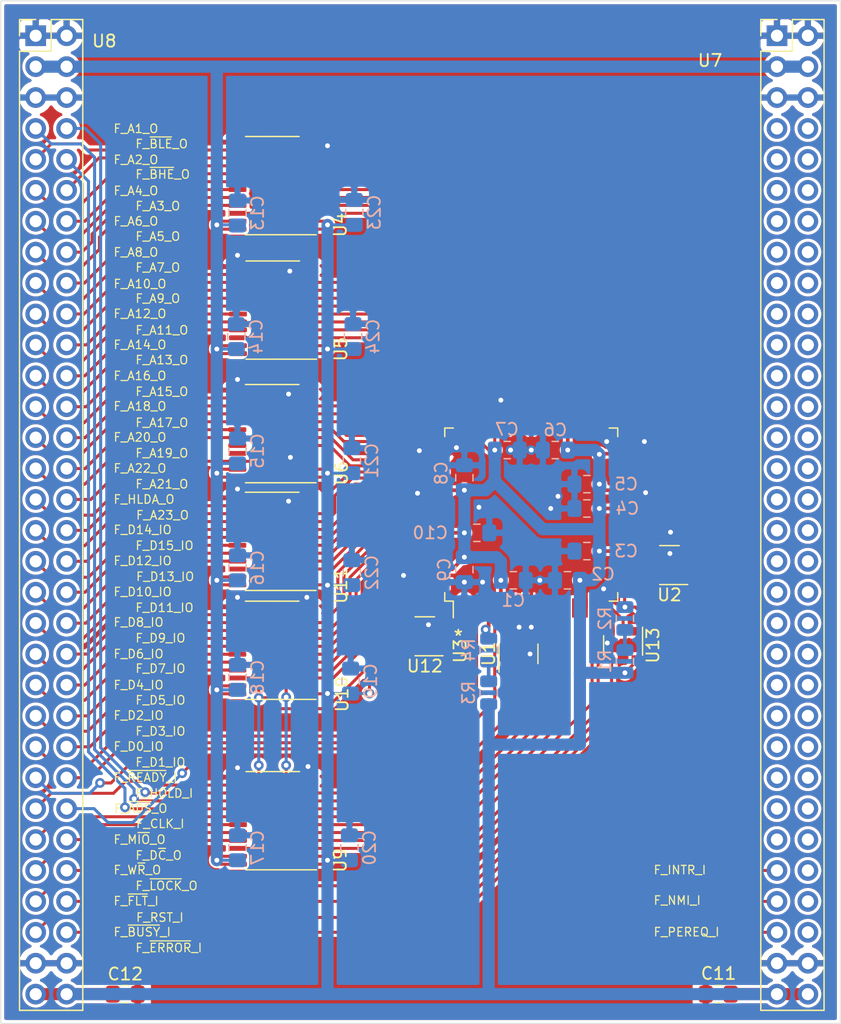
<source format=kicad_pcb>
(kicad_pcb (version 20171130) (host pcbnew "(5.1.6)-1")
  (layers (0 F.Cu signal) (31 B.Cu signal) (34 B.Paste user) (35 F.Paste user) (36 B.SilkS user) (37 F.SilkS user) (38 B.Mask user) (39 F.Mask user) (44 Edge.Cuts user))
  (net 0 "")
  (net 1 +5V)
  (net 2 "Net-(R1-Pad1)")
  (net 3 "Net-(R3-Pad1)")
  (net 4 "Net-(R4-Pad1)")
  (net 5 /F_M~IO~_O)
  (net 6 /F_~ADS~_O)
  (net 7 /F_D~C~_O)
  (net 8 /F_~LOCK~_O)
  (net 9 /F_W~R~_O)
  (net 10 /F_HLDA_O)
  (net 11 /F_A5_O)
  (net 12 /F_A2_O)
  (net 13 /F_~BLE~_O)
  (net 14 /F_D15_IO)
  (net 15 /F_D12_IO)
  (net 16 /F_D9_IO)
  (net 17 /F_D6_IO)
  (net 18 /F_D3_IO)
  (net 19 /F_D0_IO)
  (net 20 /F_A23_O)
  (net 21 /F_A20_O)
  (net 22 /F_A17_O)
  (net 23 /F_A14_O)
  (net 24 /F_A11_O)
  (net 25 /F_A8_O)
  (net 26 /F_A4_O)
  (net 27 /F_A1_O)
  (net 28 /F_D14_IO)
  (net 29 /F_D11_IO)
  (net 30 /F_D8_IO)
  (net 31 /F_D5_IO)
  (net 32 /F_D2_IO)
  (net 33 /F_A22_O)
  (net 34 /F_A19_O)
  (net 35 /F_A16_O)
  (net 36 /F_A13_O)
  (net 37 /F_A10_O)
  (net 38 /F_A7_O)
  (net 39 /F_A3_O)
  (net 40 /F_~BHE~_O)
  (net 41 /F_D13_IO)
  (net 42 /F_D10_IO)
  (net 43 /F_D7_IO)
  (net 44 /F_D4_IO)
  (net 45 /F_D1_IO)
  (net 46 /F_A21_O)
  (net 47 /F_A18_O)
  (net 48 /F_A15_O)
  (net 49 /F_A12_O)
  (net 50 /F_A9_O)
  (net 51 /F_A6_O)
  (net 52 "Net-(U1-Pad4)")
  (net 53 /F_CLK_I)
  (net 54 /F_RST_I)
  (net 55 "Net-(U2-Pad4)")
  (net 56 /F_HOLD_I)
  (net 57 /F_~READY~_I)
  (net 58 /F_~FLT~_I)
  (net 59 /F_~BUSY~_I)
  (net 60 /F_~ERROR~_I)
  (net 61 /F_PEREQ_I)
  (net 62 /F_NMI_I)
  (net 63 /F_INTR_I)
  (net 64 +3V3)
  (net 65 GND)
  (net 66 /~BLE)
  (net 67 /A1)
  (net 68 /~BHE)
  (net 69 /A2)
  (net 70 /A3)
  (net 71 /A4)
  (net 72 /A5)
  (net 73 /A6)
  (net 74 /A7)
  (net 75 /A8)
  (net 76 /A9)
  (net 77 /A10)
  (net 78 /A11)
  (net 79 /A12)
  (net 80 /A13)
  (net 81 /A14)
  (net 82 /A15)
  (net 83 /A16)
  (net 84 /A17)
  (net 85 /A18)
  (net 86 /A19)
  (net 87 /A20)
  (net 88 /A21)
  (net 89 /A22)
  (net 90 /A23)
  (net 91 /D0)
  (net 92 /D~C~_O)
  (net 93 /W~R~_O)
  (net 94 /D15)
  (net 95 /D14)
  (net 96 /D13)
  (net 97 /D12)
  (net 98 /D11)
  (net 99 /D10)
  (net 100 /D9)
  (net 101 /D8)
  (net 102 /D7)
  (net 103 /D6)
  (net 104 /D5)
  (net 105 /D4)
  (net 106 /D3)
  (net 107 /D2)
  (net 108 /D1)
  (net 109 /~LOCK~_O)
  (net 110 /~ADS~_O)
  (net 111 /M~IO~_O)
  (net 112 /HLDA_RAW)
  (net 113 /W~R~_O_RAW)
  (module Connector_PinHeader_2.54mm:PinHeader_2x32_P2.54mm_Vertical (layer F.Cu) (at 31.86 27.96)
    (fp_text reference U8 (at 5.64 0.44) (layer F.SilkS))
    (fp_text value Conn_02x32_Odd_Even)
    (pad 1 thru_hole rect (at 0 0) (size 1.7 1.7) (drill 1) (layers *.Cu *.Mask) (net 65 GND))
    (pad 2 thru_hole oval (at 2.54 0) (size 1.7 1.7) (drill 1) (layers *.Cu *.Mask) (net 65 GND))
    (pad 3 thru_hole oval (at 0 2.54) (size 1.7 1.7) (drill 1) (layers *.Cu *.Mask) (net 64 +3V3))
    (pad 4 thru_hole oval (at 2.54 2.54) (size 1.7 1.7) (drill 1) (layers *.Cu *.Mask) (net 64 +3V3))
    (pad 5 thru_hole oval (at 0 5.08) (size 1.7 1.7) (drill 1) (layers *.Cu *.Mask) (net 65 GND))
    (pad 6 thru_hole oval (at 2.54 5.08) (size 1.7 1.7) (drill 1) (layers *.Cu *.Mask) (net 65 GND))
    (pad 7 thru_hole oval (at 0 7.62) (size 1.7 1.7) (drill 1) (layers *.Cu *.Mask) (net 27 /F_A1_O))
    (pad 8 thru_hole oval (at 2.54 7.62) (size 1.7 1.7) (drill 1) (layers *.Cu *.Mask) (net 13 /F_~BLE~_O))
    (pad 9 thru_hole oval (at 0 10.16) (size 1.7 1.7) (drill 1) (layers *.Cu *.Mask) (net 12 /F_A2_O))
    (pad 10 thru_hole oval (at 2.54 10.16) (size 1.7 1.7) (drill 1) (layers *.Cu *.Mask) (net 40 /F_~BHE~_O))
    (pad 11 thru_hole oval (at 0 12.7) (size 1.7 1.7) (drill 1) (layers *.Cu *.Mask) (net 26 /F_A4_O))
    (pad 12 thru_hole oval (at 2.54 12.7) (size 1.7 1.7) (drill 1) (layers *.Cu *.Mask) (net 39 /F_A3_O))
    (pad 13 thru_hole oval (at 0 15.24) (size 1.7 1.7) (drill 1) (layers *.Cu *.Mask) (net 51 /F_A6_O))
    (pad 14 thru_hole oval (at 2.54 15.24) (size 1.7 1.7) (drill 1) (layers *.Cu *.Mask) (net 11 /F_A5_O))
    (pad 15 thru_hole oval (at 0 17.78) (size 1.7 1.7) (drill 1) (layers *.Cu *.Mask) (net 25 /F_A8_O))
    (pad 16 thru_hole oval (at 2.54 17.78) (size 1.7 1.7) (drill 1) (layers *.Cu *.Mask) (net 38 /F_A7_O))
    (pad 17 thru_hole oval (at 0 20.32) (size 1.7 1.7) (drill 1) (layers *.Cu *.Mask) (net 37 /F_A10_O))
    (pad 18 thru_hole oval (at 2.54 20.32) (size 1.7 1.7) (drill 1) (layers *.Cu *.Mask) (net 50 /F_A9_O))
    (pad 19 thru_hole oval (at 0 22.86) (size 1.7 1.7) (drill 1) (layers *.Cu *.Mask) (net 49 /F_A12_O))
    (pad 20 thru_hole oval (at 2.54 22.86) (size 1.7 1.7) (drill 1) (layers *.Cu *.Mask) (net 24 /F_A11_O))
    (pad 21 thru_hole oval (at 0 25.4) (size 1.7 1.7) (drill 1) (layers *.Cu *.Mask) (net 23 /F_A14_O))
    (pad 22 thru_hole oval (at 2.54 25.4) (size 1.7 1.7) (drill 1) (layers *.Cu *.Mask) (net 36 /F_A13_O))
    (pad 23 thru_hole oval (at 0 27.94) (size 1.7 1.7) (drill 1) (layers *.Cu *.Mask) (net 35 /F_A16_O))
    (pad 24 thru_hole oval (at 2.54 27.94) (size 1.7 1.7) (drill 1) (layers *.Cu *.Mask) (net 48 /F_A15_O))
    (pad 25 thru_hole oval (at 0 30.48) (size 1.7 1.7) (drill 1) (layers *.Cu *.Mask) (net 47 /F_A18_O))
    (pad 26 thru_hole oval (at 2.54 30.48) (size 1.7 1.7) (drill 1) (layers *.Cu *.Mask) (net 22 /F_A17_O))
    (pad 27 thru_hole oval (at 0 33.02) (size 1.7 1.7) (drill 1) (layers *.Cu *.Mask) (net 21 /F_A20_O))
    (pad 28 thru_hole oval (at 2.54 33.02) (size 1.7 1.7) (drill 1) (layers *.Cu *.Mask) (net 34 /F_A19_O))
    (pad 29 thru_hole oval (at 0 35.56) (size 1.7 1.7) (drill 1) (layers *.Cu *.Mask) (net 33 /F_A22_O))
    (pad 30 thru_hole oval (at 2.54 35.56) (size 1.7 1.7) (drill 1) (layers *.Cu *.Mask) (net 46 /F_A21_O))
    (pad 31 thru_hole oval (at 0 38.1) (size 1.7 1.7) (drill 1) (layers *.Cu *.Mask) (net 10 /F_HLDA_O))
    (pad 32 thru_hole oval (at 2.54 38.1) (size 1.7 1.7) (drill 1) (layers *.Cu *.Mask) (net 20 /F_A23_O))
    (pad 33 thru_hole oval (at 0 40.64) (size 1.7 1.7) (drill 1) (layers *.Cu *.Mask) (net 28 /F_D14_IO))
    (pad 34 thru_hole oval (at 2.54 40.64) (size 1.7 1.7) (drill 1) (layers *.Cu *.Mask) (net 14 /F_D15_IO))
    (pad 35 thru_hole oval (at 0 43.18) (size 1.7 1.7) (drill 1) (layers *.Cu *.Mask) (net 15 /F_D12_IO))
    (pad 36 thru_hole oval (at 2.54 43.18) (size 1.7 1.7) (drill 1) (layers *.Cu *.Mask) (net 41 /F_D13_IO))
    (pad 37 thru_hole oval (at 0 45.72) (size 1.7 1.7) (drill 1) (layers *.Cu *.Mask) (net 42 /F_D10_IO))
    (pad 38 thru_hole oval (at 2.54 45.72) (size 1.7 1.7) (drill 1) (layers *.Cu *.Mask) (net 29 /F_D11_IO))
    (pad 39 thru_hole oval (at 0 48.26) (size 1.7 1.7) (drill 1) (layers *.Cu *.Mask) (net 30 /F_D8_IO))
    (pad 40 thru_hole oval (at 2.54 48.26) (size 1.7 1.7) (drill 1) (layers *.Cu *.Mask) (net 16 /F_D9_IO))
    (pad 41 thru_hole oval (at 0 50.8) (size 1.7 1.7) (drill 1) (layers *.Cu *.Mask) (net 17 /F_D6_IO))
    (pad 42 thru_hole oval (at 2.54 50.8) (size 1.7 1.7) (drill 1) (layers *.Cu *.Mask) (net 43 /F_D7_IO))
    (pad 43 thru_hole oval (at 0 53.34) (size 1.7 1.7) (drill 1) (layers *.Cu *.Mask) (net 44 /F_D4_IO))
    (pad 44 thru_hole oval (at 2.54 53.34) (size 1.7 1.7) (drill 1) (layers *.Cu *.Mask) (net 31 /F_D5_IO))
    (pad 45 thru_hole oval (at 0 55.88) (size 1.7 1.7) (drill 1) (layers *.Cu *.Mask) (net 32 /F_D2_IO))
    (pad 46 thru_hole oval (at 2.54 55.88) (size 1.7 1.7) (drill 1) (layers *.Cu *.Mask) (net 18 /F_D3_IO))
    (pad 47 thru_hole oval (at 0 58.42) (size 1.7 1.7) (drill 1) (layers *.Cu *.Mask) (net 19 /F_D0_IO))
    (pad 48 thru_hole oval (at 2.54 58.42) (size 1.7 1.7) (drill 1) (layers *.Cu *.Mask) (net 45 /F_D1_IO))
    (pad 49 thru_hole oval (at 0 60.96) (size 1.7 1.7) (drill 1) (layers *.Cu *.Mask) (net 57 /F_~READY~_I))
    (pad 50 thru_hole oval (at 2.54 60.96) (size 1.7 1.7) (drill 1) (layers *.Cu *.Mask) (net 56 /F_HOLD_I))
    (pad 51 thru_hole oval (at 0 63.5) (size 1.7 1.7) (drill 1) (layers *.Cu *.Mask) (net 6 /F_~ADS~_O))
    (pad 52 thru_hole oval (at 2.54 63.5) (size 1.7 1.7) (drill 1) (layers *.Cu *.Mask) (net 53 /F_CLK_I))
    (pad 53 thru_hole oval (at 0 66.04) (size 1.7 1.7) (drill 1) (layers *.Cu *.Mask) (net 5 /F_M~IO~_O))
    (pad 54 thru_hole oval (at 2.54 66.04) (size 1.7 1.7) (drill 1) (layers *.Cu *.Mask) (net 7 /F_D~C~_O))
    (pad 55 thru_hole oval (at 0 68.58) (size 1.7 1.7) (drill 1) (layers *.Cu *.Mask) (net 9 /F_W~R~_O))
    (pad 56 thru_hole oval (at 2.54 68.58) (size 1.7 1.7) (drill 1) (layers *.Cu *.Mask) (net 8 /F_~LOCK~_O))
    (pad 57 thru_hole oval (at 0 71.12) (size 1.7 1.7) (drill 1) (layers *.Cu *.Mask) (net 58 /F_~FLT~_I))
    (pad 58 thru_hole oval (at 2.54 71.12) (size 1.7 1.7) (drill 1) (layers *.Cu *.Mask) (net 54 /F_RST_I))
    (pad 59 thru_hole oval (at 0 73.66) (size 1.7 1.7) (drill 1) (layers *.Cu *.Mask) (net 59 /F_~BUSY~_I))
    (pad 60 thru_hole oval (at 2.54 73.66) (size 1.7 1.7) (drill 1) (layers *.Cu *.Mask) (net 60 /F_~ERROR~_I))
    (pad 61 thru_hole oval (at 0 76.2) (size 1.7 1.7) (drill 1) (layers *.Cu *.Mask) (net 65 GND))
    (pad 62 thru_hole oval (at 2.54 76.2) (size 1.7 1.7) (drill 1) (layers *.Cu *.Mask) (net 65 GND))
    (pad 63 thru_hole oval (at 0 78.74) (size 1.7 1.7) (drill 1) (layers *.Cu *.Mask) (net 1 +5V))
    (pad 64 thru_hole oval (at 2.54 78.74) (size 1.7 1.7) (drill 1) (layers *.Cu *.Mask) (net 1 +5V))
  )
  (module Package_SO:TSSOP-24_4.4x7.8mm_P0.65mm (layer F.Cu) (at 51.3125 40.275 180)
    (fp_text reference U4 (at -5.5875 -3.225 90) (layer F.SilkS))
    (fp_text value SN74LVC4245A)
    (pad 1 smd roundrect (at -2.8625 -3.575 180) (size 1.475 0.4) (layers F.Cu F.Paste F.Mask) (net 1 +5V))
    (pad 2 smd roundrect (at -2.8625 -2.925 180) (size 1.475 0.4) (layers F.Cu F.Paste F.Mask) (net 1 +5V))
    (pad 3 smd roundrect (at -2.8625 -2.275 180) (size 1.475 0.4) (layers F.Cu F.Paste F.Mask) (net 76 /A9))
    (pad 4 smd roundrect (at -2.8625 -1.625 180) (size 1.475 0.4) (layers F.Cu F.Paste F.Mask) (net 75 /A8))
    (pad 5 smd roundrect (at -2.8625 -0.975 180) (size 1.475 0.4) (layers F.Cu F.Paste F.Mask) (net 74 /A7))
    (pad 6 smd roundrect (at -2.8625 -0.325 180) (size 1.475 0.4) (layers F.Cu F.Paste F.Mask) (net 73 /A6))
    (pad 7 smd roundrect (at -2.8625 0.325 180) (size 1.475 0.4) (layers F.Cu F.Paste F.Mask) (net 72 /A5))
    (pad 8 smd roundrect (at -2.8625 0.975 180) (size 1.475 0.4) (layers F.Cu F.Paste F.Mask) (net 71 /A4))
    (pad 9 smd roundrect (at -2.8625 1.625 180) (size 1.475 0.4) (layers F.Cu F.Paste F.Mask) (net 70 /A3))
    (pad 10 smd roundrect (at -2.8625 2.275 180) (size 1.475 0.4) (layers F.Cu F.Paste F.Mask) (net 69 /A2))
    (pad 11 smd roundrect (at -2.8625 2.925 180) (size 1.475 0.4) (layers F.Cu F.Paste F.Mask) (net 65 GND))
    (pad 12 smd roundrect (at -2.8625 3.575 180) (size 1.475 0.4) (layers F.Cu F.Paste F.Mask) (net 65 GND))
    (pad 13 smd roundrect (at 2.8625 3.575 180) (size 1.475 0.4) (layers F.Cu F.Paste F.Mask) (net 65 GND))
    (pad 14 smd roundrect (at 2.8625 2.925 180) (size 1.475 0.4) (layers F.Cu F.Paste F.Mask) (net 12 /F_A2_O))
    (pad 15 smd roundrect (at 2.8625 2.275 180) (size 1.475 0.4) (layers F.Cu F.Paste F.Mask) (net 39 /F_A3_O))
    (pad 16 smd roundrect (at 2.8625 1.625 180) (size 1.475 0.4) (layers F.Cu F.Paste F.Mask) (net 26 /F_A4_O))
    (pad 17 smd roundrect (at 2.8625 0.975 180) (size 1.475 0.4) (layers F.Cu F.Paste F.Mask) (net 11 /F_A5_O))
    (pad 18 smd roundrect (at 2.8625 0.325 180) (size 1.475 0.4) (layers F.Cu F.Paste F.Mask) (net 51 /F_A6_O))
    (pad 19 smd roundrect (at 2.8625 -0.325 180) (size 1.475 0.4) (layers F.Cu F.Paste F.Mask) (net 38 /F_A7_O))
    (pad 20 smd roundrect (at 2.8625 -0.975 180) (size 1.475 0.4) (layers F.Cu F.Paste F.Mask) (net 25 /F_A8_O))
    (pad 21 smd roundrect (at 2.8625 -1.625 180) (size 1.475 0.4) (layers F.Cu F.Paste F.Mask) (net 50 /F_A9_O))
    (pad 22 smd roundrect (at 2.8625 -2.275 180) (size 1.475 0.4) (layers F.Cu F.Paste F.Mask) (net 10 /F_HLDA_O))
    (pad 23 smd roundrect (at 2.8625 -2.925 180) (size 1.475 0.4) (layers F.Cu F.Paste F.Mask) (net 64 +3V3))
    (pad 24 smd roundrect (at 2.8625 -3.575 180) (size 1.475 0.4) (layers F.Cu F.Paste F.Mask) (net 64 +3V3))
  )
  (module Capacitor_SMD:C_0805_2012Metric_Pad1.15x1.40mm_HandSolder (layer B.Cu) (at 71.125 72.7)
    (fp_text reference C1 (at 0 1.65) (layer B.SilkS) (effects (justify mirror)))
    (fp_text value 100n)
    (pad 2 smd roundrect (at 1.025 0) (size 1.15 1.4) (layers B.Cu B.Paste B.Mask) (roundrect_rratio 0.217391) (net 65 GND))
    (pad 1 smd roundrect (at -1.025 0) (size 1.15 1.4) (layers B.Cu B.Paste B.Mask) (roundrect_rratio 0.217391) (net 1 +5V))
  )
  (module Capacitor_SMD:C_0805_2012Metric_Pad1.15x1.40mm_HandSolder (layer B.Cu) (at 75.575 72.7 180)
    (fp_text reference C2 (at -2.925 0.5) (layer B.SilkS) (effects (justify mirror)))
    (fp_text value 100n)
    (pad 1 smd roundrect (at -1.025 0 180) (size 1.15 1.4) (layers B.Cu B.Paste B.Mask) (roundrect_rratio 0.217391) (net 1 +5V))
    (pad 2 smd roundrect (at 1.025 0 180) (size 1.15 1.4) (layers B.Cu B.Paste B.Mask) (roundrect_rratio 0.217391) (net 65 GND))
  )
  (module Capacitor_SMD:C_0805_2012Metric_Pad1.15x1.40mm_HandSolder (layer B.Cu) (at 77.175 70.3 180)
    (fp_text reference C3 (at -3.225 0) (layer B.SilkS) (effects (justify mirror)))
    (fp_text value 100n)
    (pad 1 smd roundrect (at -1.025 0 180) (size 1.15 1.4) (layers B.Cu B.Paste B.Mask) (roundrect_rratio 0.217391) (net 1 +5V))
    (pad 2 smd roundrect (at 1.025 0 180) (size 1.15 1.4) (layers B.Cu B.Paste B.Mask) (roundrect_rratio 0.217391) (net 65 GND))
  )
  (module Capacitor_SMD:C_0805_2012Metric_Pad1.15x1.40mm_HandSolder (layer B.Cu) (at 77.175 66.8 180)
    (fp_text reference C4 (at -3.325 0) (layer B.SilkS) (effects (justify mirror)))
    (fp_text value 100n)
    (pad 2 smd roundrect (at 1.025 0 180) (size 1.15 1.4) (layers B.Cu B.Paste B.Mask) (roundrect_rratio 0.217391) (net 65 GND))
    (pad 1 smd roundrect (at -1.025 0 180) (size 1.15 1.4) (layers B.Cu B.Paste B.Mask) (roundrect_rratio 0.217391) (net 1 +5V))
  )
  (module Capacitor_SMD:C_0805_2012Metric_Pad1.15x1.40mm_HandSolder (layer B.Cu) (at 77.175 64.8 180)
    (fp_text reference C5 (at -3.225 0) (layer B.SilkS) (effects (justify mirror)))
    (fp_text value 100n)
    (pad 1 smd roundrect (at -1.025 0 180) (size 1.15 1.4) (layers B.Cu B.Paste B.Mask) (roundrect_rratio 0.217391) (net 1 +5V))
    (pad 2 smd roundrect (at 1.025 0 180) (size 1.15 1.4) (layers B.Cu B.Paste B.Mask) (roundrect_rratio 0.217391) (net 65 GND))
  )
  (module Capacitor_SMD:C_0805_2012Metric_Pad1.15x1.40mm_HandSolder (layer B.Cu) (at 74.575 62 180)
    (fp_text reference C6 (at 0 1.65) (layer B.SilkS) (effects (justify mirror)))
    (fp_text value 100n)
    (pad 1 smd roundrect (at -1.025 0 180) (size 1.15 1.4) (layers B.Cu B.Paste B.Mask) (roundrect_rratio 0.217391) (net 1 +5V))
    (pad 2 smd roundrect (at 1.025 0 180) (size 1.15 1.4) (layers B.Cu B.Paste B.Mask) (roundrect_rratio 0.217391) (net 65 GND))
  )
  (module Capacitor_SMD:C_0805_2012Metric_Pad1.15x1.40mm_HandSolder (layer B.Cu) (at 70.625 62)
    (fp_text reference C7 (at -0.025 -1.7 180) (layer B.SilkS) (effects (justify mirror)))
    (fp_text value 100n)
    (pad 2 smd roundrect (at 1.025 0) (size 1.15 1.4) (layers B.Cu B.Paste B.Mask) (roundrect_rratio 0.217391) (net 65 GND))
    (pad 1 smd roundrect (at -1.025 0) (size 1.15 1.4) (layers B.Cu B.Paste B.Mask) (roundrect_rratio 0.217391) (net 1 +5V))
  )
  (module Capacitor_SMD:C_0805_2012Metric_Pad1.15x1.40mm_HandSolder (layer B.Cu) (at 67.1 64.275 90)
    (fp_text reference C8 (at 0.375 -1.9 90) (layer B.SilkS) (effects (justify mirror)))
    (fp_text value 100n)
    (pad 2 smd roundrect (at 1.025 0 90) (size 1.15 1.4) (layers B.Cu B.Paste B.Mask) (roundrect_rratio 0.217391) (net 65 GND))
    (pad 1 smd roundrect (at -1.025 0 90) (size 1.15 1.4) (layers B.Cu B.Paste B.Mask) (roundrect_rratio 0.217391) (net 1 +5V))
  )
  (module Capacitor_SMD:C_0805_2012Metric_Pad1.15x1.40mm_HandSolder (layer B.Cu) (at 67.1 71.825 270)
    (fp_text reference C9 (at 0 1.65 90) (layer B.SilkS) (effects (justify mirror)))
    (fp_text value 100n)
    (pad 1 smd roundrect (at -1.025 0 270) (size 1.15 1.4) (layers B.Cu B.Paste B.Mask) (roundrect_rratio 0.217391) (net 1 +5V))
    (pad 2 smd roundrect (at 1.025 0 270) (size 1.15 1.4) (layers B.Cu B.Paste B.Mask) (roundrect_rratio 0.217391) (net 65 GND))
  )
  (module Capacitor_SMD:C_0805_2012Metric_Pad1.15x1.40mm_HandSolder (layer B.Cu) (at 68.125 68.8)
    (fp_text reference C10 (at -3.825 0) (layer B.SilkS) (effects (justify mirror)))
    (fp_text value 100n)
    (pad 1 smd roundrect (at -1.025 0) (size 1.15 1.4) (layers B.Cu B.Paste B.Mask) (roundrect_rratio 0.217391) (net 1 +5V))
    (pad 2 smd roundrect (at 1.025 0) (size 1.15 1.4) (layers B.Cu B.Paste B.Mask) (roundrect_rratio 0.217391) (net 65 GND))
  )
  (module Capacitor_SMD:C_0805_2012Metric_Pad1.15x1.40mm_HandSolder (layer F.Cu) (at 87.975 106.7 180)
    (fp_text reference C11 (at -0.025 1.7) (layer F.SilkS))
    (fp_text value 100n)
    (pad 2 smd roundrect (at 1.025 0 180) (size 1.15 1.4) (layers F.Cu F.Paste F.Mask) (roundrect_rratio 0.217391) (net 65 GND))
    (pad 1 smd roundrect (at -1.025 0 180) (size 1.15 1.4) (layers F.Cu F.Paste F.Mask) (roundrect_rratio 0.217391) (net 1 +5V))
  )
  (module Capacitor_SMD:C_0805_2012Metric_Pad1.15x1.40mm_HandSolder (layer F.Cu) (at 39.225 106.7)
    (fp_text reference C12 (at 0 -1.65) (layer F.SilkS))
    (fp_text value 100n)
    (pad 1 smd roundrect (at -1.025 0) (size 1.15 1.4) (layers F.Cu F.Paste F.Mask) (roundrect_rratio 0.217391) (net 1 +5V))
    (pad 2 smd roundrect (at 1.025 0) (size 1.15 1.4) (layers F.Cu F.Paste F.Mask) (roundrect_rratio 0.217391) (net 65 GND))
  )
  (module Package_SO:TSOP-5_1.65x3.05mm_P0.95mm (layer F.Cu) (at 71.55 78.74 90)
    (fp_text reference U1 (at 0 -2.45 90) (layer F.SilkS))
    (fp_text value 74LVC1G17GW)
    (pad 5 smd rect (at 1.16 -0.95 90) (size 0.7 0.51) (layers F.Cu F.Paste F.Mask) (net 1 +5V))
    (pad 4 smd rect (at 1.16 0.95 90) (size 0.7 0.51) (layers F.Cu F.Paste F.Mask) (net 52 "Net-(U1-Pad4)"))
    (pad 3 smd rect (at -1.16 0.95 90) (size 0.7 0.51) (layers F.Cu F.Paste F.Mask) (net 65 GND))
    (pad 2 smd rect (at -1.16 0 90) (size 0.7 0.51) (layers F.Cu F.Paste F.Mask) (net 53 /F_CLK_I))
    (pad 1 smd rect (at -1.16 -0.95 90) (size 0.7 0.51) (layers F.Cu F.Paste F.Mask))
  )
  (module Package_SO:TSOP-5_1.65x3.05mm_P0.95mm (layer F.Cu) (at 83.96 71.45 180)
    (fp_text reference U2 (at 0 -2.45) (layer F.SilkS))
    (fp_text value 74LVC1G17GW)
    (pad 1 smd rect (at -1.16 -0.95 180) (size 0.7 0.51) (layers F.Cu F.Paste F.Mask))
    (pad 2 smd rect (at -1.16 0 180) (size 0.7 0.51) (layers F.Cu F.Paste F.Mask) (net 54 /F_RST_I))
    (pad 3 smd rect (at -1.16 0.95 180) (size 0.7 0.51) (layers F.Cu F.Paste F.Mask) (net 65 GND))
    (pad 4 smd rect (at 1.16 0.95 180) (size 0.7 0.51) (layers F.Cu F.Paste F.Mask) (net 55 "Net-(U2-Pad4)"))
    (pad 5 smd rect (at 1.16 -0.95 180) (size 0.7 0.51) (layers F.Cu F.Paste F.Mask) (net 1 +5V))
  )
  (module Package_QFP:LQFP-100_14x14mm_P0.5mm (layer F.Cu) (at 72.6 67.3 90)
    (fp_text reference U3 (at -11.2 -5.85 90) (layer F.SilkS))
    (fp_text value i386SX)
    (pad 1 smd roundrect (at -7.675 -6 90) (size 1.6 0.3) (layers F.Cu F.Paste F.Mask) (net 91 /D0))
    (pad 2 smd roundrect (at -7.675 -5.5 90) (size 1.6 0.3) (layers F.Cu F.Paste F.Mask) (net 65 GND))
    (pad 3 smd roundrect (at -7.675 -5 90) (size 1.6 0.3) (layers F.Cu F.Paste F.Mask) (net 112 /HLDA_RAW))
    (pad 4 smd roundrect (at -7.675 -4.5 90) (size 1.6 0.3) (layers F.Cu F.Paste F.Mask) (net 56 /F_HOLD_I))
    (pad 5 smd roundrect (at -7.675 -4 90) (size 1.6 0.3) (layers F.Cu F.Paste F.Mask) (net 65 GND))
    (pad 6 smd roundrect (at -7.675 -3.5 90) (size 1.6 0.3) (layers F.Cu F.Paste F.Mask) (net 4 "Net-(R4-Pad1)"))
    (pad 7 smd roundrect (at -7.675 -3 90) (size 1.6 0.3) (layers F.Cu F.Paste F.Mask) (net 57 /F_~READY~_I))
    (pad 8 smd roundrect (at -7.675 -2.5 90) (size 1.6 0.3) (layers F.Cu F.Paste F.Mask) (net 1 +5V))
    (pad 9 smd roundrect (at -7.675 -2 90) (size 1.6 0.3) (layers F.Cu F.Paste F.Mask) (net 1 +5V))
    (pad 10 smd roundrect (at -7.675 -1.5 90) (size 1.6 0.3) (layers F.Cu F.Paste F.Mask) (net 1 +5V))
    (pad 11 smd roundrect (at -7.675 -1 90) (size 1.6 0.3) (layers F.Cu F.Paste F.Mask) (net 65 GND))
    (pad 12 smd roundrect (at -7.675 -0.5 90) (size 1.6 0.3) (layers F.Cu F.Paste F.Mask) (net 65 GND))
    (pad 13 smd roundrect (at -7.675 0 90) (size 1.6 0.3) (layers F.Cu F.Paste F.Mask) (net 65 GND))
    (pad 14 smd roundrect (at -7.675 0.5 90) (size 1.6 0.3) (layers F.Cu F.Paste F.Mask) (net 65 GND))
    (pad 15 smd roundrect (at -7.675 1 90) (size 1.6 0.3) (layers F.Cu F.Paste F.Mask) (net 52 "Net-(U1-Pad4)"))
    (pad 16 smd roundrect (at -7.675 1.5 90) (size 1.6 0.3) (layers F.Cu F.Paste F.Mask) (net 110 /~ADS~_O))
    (pad 17 smd roundrect (at -7.675 2 90) (size 1.6 0.3) (layers F.Cu F.Paste F.Mask) (net 66 /~BLE))
    (pad 18 smd roundrect (at -7.675 2.5 90) (size 1.6 0.3) (layers F.Cu F.Paste F.Mask) (net 67 /A1))
    (pad 19 smd roundrect (at -7.675 3 90) (size 1.6 0.3) (layers F.Cu F.Paste F.Mask) (net 68 /~BHE))
    (pad 20 smd roundrect (at -7.675 3.5 90) (size 1.6 0.3) (layers F.Cu F.Paste F.Mask))
    (pad 21 smd roundrect (at -7.675 4 90) (size 1.6 0.3) (layers F.Cu F.Paste F.Mask) (net 1 +5V))
    (pad 22 smd roundrect (at -7.675 4.5 90) (size 1.6 0.3) (layers F.Cu F.Paste F.Mask) (net 65 GND))
    (pad 23 smd roundrect (at -7.675 5 90) (size 1.6 0.3) (layers F.Cu F.Paste F.Mask) (net 111 /M~IO~_O))
    (pad 24 smd roundrect (at -7.675 5.5 90) (size 1.6 0.3) (layers F.Cu F.Paste F.Mask) (net 92 /D~C~_O))
    (pad 25 smd roundrect (at -7.675 6 90) (size 1.6 0.3) (layers F.Cu F.Paste F.Mask) (net 113 /W~R~_O_RAW))
    (pad 26 smd roundrect (at -6 7.675 90) (size 0.3 1.6) (layers F.Cu F.Paste F.Mask) (net 109 /~LOCK~_O))
    (pad 27 smd roundrect (at -5.5 7.675 90) (size 0.3 1.6) (layers F.Cu F.Paste F.Mask))
    (pad 28 smd roundrect (at -5 7.675 90) (size 0.3 1.6) (layers F.Cu F.Paste F.Mask) (net 58 /F_~FLT~_I))
    (pad 29 smd roundrect (at -4.5 7.675 90) (size 0.3 1.6) (layers F.Cu F.Paste F.Mask))
    (pad 30 smd roundrect (at -4 7.675 90) (size 0.3 1.6) (layers F.Cu F.Paste F.Mask))
    (pad 31 smd roundrect (at -3.5 7.675 90) (size 0.3 1.6) (layers F.Cu F.Paste F.Mask))
    (pad 32 smd roundrect (at -3 7.675 90) (size 0.3 1.6) (layers F.Cu F.Paste F.Mask) (net 1 +5V))
    (pad 33 smd roundrect (at -2.5 7.675 90) (size 0.3 1.6) (layers F.Cu F.Paste F.Mask) (net 55 "Net-(U2-Pad4)"))
    (pad 34 smd roundrect (at -2 7.675 90) (size 0.3 1.6) (layers F.Cu F.Paste F.Mask) (net 59 /F_~BUSY~_I))
    (pad 35 smd roundrect (at -1.5 7.675 90) (size 0.3 1.6) (layers F.Cu F.Paste F.Mask) (net 65 GND))
    (pad 36 smd roundrect (at -1 7.675 90) (size 0.3 1.6) (layers F.Cu F.Paste F.Mask) (net 60 /F_~ERROR~_I))
    (pad 37 smd roundrect (at -0.5 7.675 90) (size 0.3 1.6) (layers F.Cu F.Paste F.Mask) (net 61 /F_PEREQ_I))
    (pad 38 smd roundrect (at 0 7.675 90) (size 0.3 1.6) (layers F.Cu F.Paste F.Mask) (net 62 /F_NMI_I))
    (pad 39 smd roundrect (at 0.5 7.675 90) (size 0.3 1.6) (layers F.Cu F.Paste F.Mask) (net 1 +5V))
    (pad 40 smd roundrect (at 1 7.675 90) (size 0.3 1.6) (layers F.Cu F.Paste F.Mask) (net 63 /F_INTR_I))
    (pad 41 smd roundrect (at 1.5 7.675 90) (size 0.3 1.6) (layers F.Cu F.Paste F.Mask) (net 65 GND))
    (pad 42 smd roundrect (at 2 7.675 90) (size 0.3 1.6) (layers F.Cu F.Paste F.Mask) (net 1 +5V))
    (pad 43 smd roundrect (at 2.5 7.675 90) (size 0.3 1.6) (layers F.Cu F.Paste F.Mask))
    (pad 44 smd roundrect (at 3 7.675 90) (size 0.3 1.6) (layers F.Cu F.Paste F.Mask))
    (pad 45 smd roundrect (at 3.5 7.675 90) (size 0.3 1.6) (layers F.Cu F.Paste F.Mask))
    (pad 46 smd roundrect (at 4 7.675 90) (size 0.3 1.6) (layers F.Cu F.Paste F.Mask))
    (pad 47 smd roundrect (at 4.5 7.675 90) (size 0.3 1.6) (layers F.Cu F.Paste F.Mask))
    (pad 48 smd roundrect (at 5 7.675 90) (size 0.3 1.6) (layers F.Cu F.Paste F.Mask) (net 1 +5V))
    (pad 49 smd roundrect (at 5.5 7.675 90) (size 0.3 1.6) (layers F.Cu F.Paste F.Mask) (net 65 GND))
    (pad 50 smd roundrect (at 6 7.675 90) (size 0.3 1.6) (layers F.Cu F.Paste F.Mask) (net 65 GND))
    (pad 51 smd roundrect (at 7.675 6 90) (size 1.6 0.3) (layers F.Cu F.Paste F.Mask) (net 69 /A2))
    (pad 52 smd roundrect (at 7.675 5.5 90) (size 1.6 0.3) (layers F.Cu F.Paste F.Mask) (net 70 /A3))
    (pad 53 smd roundrect (at 7.675 5 90) (size 1.6 0.3) (layers F.Cu F.Paste F.Mask) (net 71 /A4))
    (pad 54 smd roundrect (at 7.675 4.5 90) (size 1.6 0.3) (layers F.Cu F.Paste F.Mask) (net 72 /A5))
    (pad 55 smd roundrect (at 7.675 4 90) (size 1.6 0.3) (layers F.Cu F.Paste F.Mask) (net 73 /A6))
    (pad 56 smd roundrect (at 7.675 3.5 90) (size 1.6 0.3) (layers F.Cu F.Paste F.Mask) (net 74 /A7))
    (pad 57 smd roundrect (at 7.675 3 90) (size 1.6 0.3) (layers F.Cu F.Paste F.Mask) (net 1 +5V))
    (pad 58 smd roundrect (at 7.675 2.5 90) (size 1.6 0.3) (layers F.Cu F.Paste F.Mask) (net 75 /A8))
    (pad 59 smd roundrect (at 7.675 2 90) (size 1.6 0.3) (layers F.Cu F.Paste F.Mask) (net 76 /A9))
    (pad 60 smd roundrect (at 7.675 1.5 90) (size 1.6 0.3) (layers F.Cu F.Paste F.Mask) (net 77 /A10))
    (pad 61 smd roundrect (at 7.675 1 90) (size 1.6 0.3) (layers F.Cu F.Paste F.Mask) (net 78 /A11))
    (pad 62 smd roundrect (at 7.675 0.5 90) (size 1.6 0.3) (layers F.Cu F.Paste F.Mask) (net 79 /A12))
    (pad 63 smd roundrect (at 7.675 0 90) (size 1.6 0.3) (layers F.Cu F.Paste F.Mask) (net 65 GND))
    (pad 64 smd roundrect (at 7.675 -0.5 90) (size 1.6 0.3) (layers F.Cu F.Paste F.Mask) (net 80 /A13))
    (pad 65 smd roundrect (at 7.675 -1 90) (size 1.6 0.3) (layers F.Cu F.Paste F.Mask) (net 81 /A14))
    (pad 66 smd roundrect (at 7.675 -1.5 90) (size 1.6 0.3) (layers F.Cu F.Paste F.Mask) (net 82 /A15))
    (pad 67 smd roundrect (at 7.675 -2 90) (size 1.6 0.3) (layers F.Cu F.Paste F.Mask) (net 65 GND))
    (pad 68 smd roundrect (at 7.675 -2.5 90) (size 1.6 0.3) (layers F.Cu F.Paste F.Mask) (net 65 GND))
    (pad 69 smd roundrect (at 7.675 -3 90) (size 1.6 0.3) (layers F.Cu F.Paste F.Mask) (net 1 +5V))
    (pad 70 smd roundrect (at 7.675 -3.5 90) (size 1.6 0.3) (layers F.Cu F.Paste F.Mask) (net 83 /A16))
    (pad 71 smd roundrect (at 7.675 -4 90) (size 1.6 0.3) (layers F.Cu F.Paste F.Mask) (net 1 +5V))
    (pad 72 smd roundrect (at 7.675 -4.5 90) (size 1.6 0.3) (layers F.Cu F.Paste F.Mask) (net 84 /A17))
    (pad 73 smd roundrect (at 7.675 -5 90) (size 1.6 0.3) (layers F.Cu F.Paste F.Mask) (net 85 /A18))
    (pad 74 smd roundrect (at 7.675 -5.5 90) (size 1.6 0.3) (layers F.Cu F.Paste F.Mask) (net 86 /A19))
    (pad 75 smd roundrect (at 7.675 -6 90) (size 1.6 0.3) (layers F.Cu F.Paste F.Mask) (net 87 /A20))
    (pad 76 smd roundrect (at 6 -7.675 90) (size 0.3 1.6) (layers F.Cu F.Paste F.Mask) (net 88 /A21))
    (pad 77 smd roundrect (at 5.5 -7.675 90) (size 0.3 1.6) (layers F.Cu F.Paste F.Mask) (net 65 GND))
    (pad 78 smd roundrect (at 5 -7.675 90) (size 0.3 1.6) (layers F.Cu F.Paste F.Mask) (net 65 GND))
    (pad 79 smd roundrect (at 4.5 -7.675 90) (size 0.3 1.6) (layers F.Cu F.Paste F.Mask) (net 89 /A22))
    (pad 80 smd roundrect (at 4 -7.675 90) (size 0.3 1.6) (layers F.Cu F.Paste F.Mask) (net 90 /A23))
    (pad 81 smd roundrect (at 3.5 -7.675 90) (size 0.3 1.6) (layers F.Cu F.Paste F.Mask) (net 94 /D15))
    (pad 82 smd roundrect (at 3 -7.675 90) (size 0.3 1.6) (layers F.Cu F.Paste F.Mask) (net 95 /D14))
    (pad 83 smd roundrect (at 2.5 -7.675 90) (size 0.3 1.6) (layers F.Cu F.Paste F.Mask) (net 96 /D13))
    (pad 84 smd roundrect (at 2 -7.675 90) (size 0.3 1.6) (layers F.Cu F.Paste F.Mask) (net 1 +5V))
    (pad 85 smd roundrect (at 1.5 -7.675 90) (size 0.3 1.6) (layers F.Cu F.Paste F.Mask) (net 65 GND))
    (pad 86 smd roundrect (at 1 -7.675 90) (size 0.3 1.6) (layers F.Cu F.Paste F.Mask) (net 97 /D12))
    (pad 87 smd roundrect (at 0.5 -7.675 90) (size 0.3 1.6) (layers F.Cu F.Paste F.Mask) (net 98 /D11))
    (pad 88 smd roundrect (at 0 -7.675 90) (size 0.3 1.6) (layers F.Cu F.Paste F.Mask) (net 99 /D10))
    (pad 89 smd roundrect (at -0.5 -7.675 90) (size 0.3 1.6) (layers F.Cu F.Paste F.Mask) (net 100 /D9))
    (pad 90 smd roundrect (at -1 -7.675 90) (size 0.3 1.6) (layers F.Cu F.Paste F.Mask) (net 101 /D8))
    (pad 91 smd roundrect (at -1.5 -7.675 90) (size 0.3 1.6) (layers F.Cu F.Paste F.Mask) (net 1 +5V))
    (pad 92 smd roundrect (at -2 -7.675 90) (size 0.3 1.6) (layers F.Cu F.Paste F.Mask) (net 102 /D7))
    (pad 93 smd roundrect (at -2.5 -7.675 90) (size 0.3 1.6) (layers F.Cu F.Paste F.Mask) (net 103 /D6))
    (pad 94 smd roundrect (at -3 -7.675 90) (size 0.3 1.6) (layers F.Cu F.Paste F.Mask) (net 104 /D5))
    (pad 95 smd roundrect (at -3.5 -7.675 90) (size 0.3 1.6) (layers F.Cu F.Paste F.Mask) (net 105 /D4))
    (pad 96 smd roundrect (at -4 -7.675 90) (size 0.3 1.6) (layers F.Cu F.Paste F.Mask) (net 106 /D3))
    (pad 97 smd roundrect (at -4.5 -7.675 90) (size 0.3 1.6) (layers F.Cu F.Paste F.Mask) (net 1 +5V))
    (pad 98 smd roundrect (at -5 -7.675 90) (size 0.3 1.6) (layers F.Cu F.Paste F.Mask) (net 65 GND))
    (pad 99 smd roundrect (at -5.5 -7.675 90) (size 0.3 1.6) (layers F.Cu F.Paste F.Mask) (net 107 /D2))
    (pad 100 smd roundrect (at -6 -7.675 90) (size 0.3 1.6) (layers F.Cu F.Paste F.Mask) (net 108 /D1))
  )
  (module Connector_PinHeader_2.54mm:PinHeader_2x32_P2.54mm_Vertical (layer F.Cu) (at 92.8 27.96)
    (fp_text reference U7 (at -5.5 2.04) (layer F.SilkS))
    (fp_text value Conn_02x32_Odd_Even)
    (pad 64 thru_hole oval (at 2.54 78.74) (size 1.7 1.7) (drill 1) (layers *.Cu *.Mask) (net 1 +5V))
    (pad 63 thru_hole oval (at 0 78.74) (size 1.7 1.7) (drill 1) (layers *.Cu *.Mask) (net 1 +5V))
    (pad 62 thru_hole oval (at 2.54 76.2) (size 1.7 1.7) (drill 1) (layers *.Cu *.Mask) (net 65 GND))
    (pad 61 thru_hole oval (at 0 76.2) (size 1.7 1.7) (drill 1) (layers *.Cu *.Mask) (net 65 GND))
    (pad 60 thru_hole oval (at 2.54 73.66) (size 1.7 1.7) (drill 1) (layers *.Cu *.Mask))
    (pad 59 thru_hole oval (at 0 73.66) (size 1.7 1.7) (drill 1) (layers *.Cu *.Mask) (net 61 /F_PEREQ_I))
    (pad 58 thru_hole oval (at 2.54 71.12) (size 1.7 1.7) (drill 1) (layers *.Cu *.Mask))
    (pad 57 thru_hole oval (at 0 71.12) (size 1.7 1.7) (drill 1) (layers *.Cu *.Mask) (net 62 /F_NMI_I))
    (pad 56 thru_hole oval (at 2.54 68.58) (size 1.7 1.7) (drill 1) (layers *.Cu *.Mask))
    (pad 55 thru_hole oval (at 0 68.58) (size 1.7 1.7) (drill 1) (layers *.Cu *.Mask) (net 63 /F_INTR_I))
    (pad 54 thru_hole oval (at 2.54 66.04) (size 1.7 1.7) (drill 1) (layers *.Cu *.Mask))
    (pad 53 thru_hole oval (at 0 66.04) (size 1.7 1.7) (drill 1) (layers *.Cu *.Mask))
    (pad 52 thru_hole oval (at 2.54 63.5) (size 1.7 1.7) (drill 1) (layers *.Cu *.Mask))
    (pad 51 thru_hole oval (at 0 63.5) (size 1.7 1.7) (drill 1) (layers *.Cu *.Mask))
    (pad 50 thru_hole oval (at 2.54 60.96) (size 1.7 1.7) (drill 1) (layers *.Cu *.Mask))
    (pad 49 thru_hole oval (at 0 60.96) (size 1.7 1.7) (drill 1) (layers *.Cu *.Mask))
    (pad 48 thru_hole oval (at 2.54 58.42) (size 1.7 1.7) (drill 1) (layers *.Cu *.Mask))
    (pad 47 thru_hole oval (at 0 58.42) (size 1.7 1.7) (drill 1) (layers *.Cu *.Mask))
    (pad 46 thru_hole oval (at 2.54 55.88) (size 1.7 1.7) (drill 1) (layers *.Cu *.Mask))
    (pad 45 thru_hole oval (at 0 55.88) (size 1.7 1.7) (drill 1) (layers *.Cu *.Mask))
    (pad 44 thru_hole oval (at 2.54 53.34) (size 1.7 1.7) (drill 1) (layers *.Cu *.Mask))
    (pad 43 thru_hole oval (at 0 53.34) (size 1.7 1.7) (drill 1) (layers *.Cu *.Mask))
    (pad 42 thru_hole oval (at 2.54 50.8) (size 1.7 1.7) (drill 1) (layers *.Cu *.Mask))
    (pad 41 thru_hole oval (at 0 50.8) (size 1.7 1.7) (drill 1) (layers *.Cu *.Mask))
    (pad 40 thru_hole oval (at 2.54 48.26) (size 1.7 1.7) (drill 1) (layers *.Cu *.Mask))
    (pad 39 thru_hole oval (at 0 48.26) (size 1.7 1.7) (drill 1) (layers *.Cu *.Mask))
    (pad 38 thru_hole oval (at 2.54 45.72) (size 1.7 1.7) (drill 1) (layers *.Cu *.Mask))
    (pad 37 thru_hole oval (at 0 45.72) (size 1.7 1.7) (drill 1) (layers *.Cu *.Mask))
    (pad 36 thru_hole oval (at 2.54 43.18) (size 1.7 1.7) (drill 1) (layers *.Cu *.Mask))
    (pad 35 thru_hole oval (at 0 43.18) (size 1.7 1.7) (drill 1) (layers *.Cu *.Mask))
    (pad 34 thru_hole oval (at 2.54 40.64) (size 1.7 1.7) (drill 1) (layers *.Cu *.Mask))
    (pad 33 thru_hole oval (at 0 40.64) (size 1.7 1.7) (drill 1) (layers *.Cu *.Mask))
    (pad 32 thru_hole oval (at 2.54 38.1) (size 1.7 1.7) (drill 1) (layers *.Cu *.Mask))
    (pad 31 thru_hole oval (at 0 38.1) (size 1.7 1.7) (drill 1) (layers *.Cu *.Mask))
    (pad 30 thru_hole oval (at 2.54 35.56) (size 1.7 1.7) (drill 1) (layers *.Cu *.Mask))
    (pad 29 thru_hole oval (at 0 35.56) (size 1.7 1.7) (drill 1) (layers *.Cu *.Mask))
    (pad 28 thru_hole oval (at 2.54 33.02) (size 1.7 1.7) (drill 1) (layers *.Cu *.Mask))
    (pad 27 thru_hole oval (at 0 33.02) (size 1.7 1.7) (drill 1) (layers *.Cu *.Mask))
    (pad 26 thru_hole oval (at 2.54 30.48) (size 1.7 1.7) (drill 1) (layers *.Cu *.Mask))
    (pad 25 thru_hole oval (at 0 30.48) (size 1.7 1.7) (drill 1) (layers *.Cu *.Mask))
    (pad 24 thru_hole oval (at 2.54 27.94) (size 1.7 1.7) (drill 1) (layers *.Cu *.Mask))
    (pad 23 thru_hole oval (at 0 27.94) (size 1.7 1.7) (drill 1) (layers *.Cu *.Mask))
    (pad 22 thru_hole oval (at 2.54 25.4) (size 1.7 1.7) (drill 1) (layers *.Cu *.Mask))
    (pad 21 thru_hole oval (at 0 25.4) (size 1.7 1.7) (drill 1) (layers *.Cu *.Mask))
    (pad 20 thru_hole oval (at 2.54 22.86) (size 1.7 1.7) (drill 1) (layers *.Cu *.Mask))
    (pad 19 thru_hole oval (at 0 22.86) (size 1.7 1.7) (drill 1) (layers *.Cu *.Mask))
    (pad 18 thru_hole oval (at 2.54 20.32) (size 1.7 1.7) (drill 1) (layers *.Cu *.Mask))
    (pad 17 thru_hole oval (at 0 20.32) (size 1.7 1.7) (drill 1) (layers *.Cu *.Mask))
    (pad 16 thru_hole oval (at 2.54 17.78) (size 1.7 1.7) (drill 1) (layers *.Cu *.Mask))
    (pad 15 thru_hole oval (at 0 17.78) (size 1.7 1.7) (drill 1) (layers *.Cu *.Mask))
    (pad 14 thru_hole oval (at 2.54 15.24) (size 1.7 1.7) (drill 1) (layers *.Cu *.Mask))
    (pad 13 thru_hole oval (at 0 15.24) (size 1.7 1.7) (drill 1) (layers *.Cu *.Mask))
    (pad 12 thru_hole oval (at 2.54 12.7) (size 1.7 1.7) (drill 1) (layers *.Cu *.Mask))
    (pad 11 thru_hole oval (at 0 12.7) (size 1.7 1.7) (drill 1) (layers *.Cu *.Mask))
    (pad 10 thru_hole oval (at 2.54 10.16) (size 1.7 1.7) (drill 1) (layers *.Cu *.Mask))
    (pad 9 thru_hole oval (at 0 10.16) (size 1.7 1.7) (drill 1) (layers *.Cu *.Mask))
    (pad 8 thru_hole oval (at 2.54 7.62) (size 1.7 1.7) (drill 1) (layers *.Cu *.Mask))
    (pad 7 thru_hole oval (at 0 7.62) (size 1.7 1.7) (drill 1) (layers *.Cu *.Mask))
    (pad 6 thru_hole oval (at 2.54 5.08) (size 1.7 1.7) (drill 1) (layers *.Cu *.Mask) (net 65 GND))
    (pad 5 thru_hole oval (at 0 5.08) (size 1.7 1.7) (drill 1) (layers *.Cu *.Mask) (net 65 GND))
    (pad 4 thru_hole oval (at 2.54 2.54) (size 1.7 1.7) (drill 1) (layers *.Cu *.Mask) (net 64 +3V3))
    (pad 3 thru_hole oval (at 0 2.54) (size 1.7 1.7) (drill 1) (layers *.Cu *.Mask) (net 64 +3V3))
    (pad 2 thru_hole oval (at 2.54 0) (size 1.7 1.7) (drill 1) (layers *.Cu *.Mask) (net 65 GND))
    (pad 1 thru_hole rect (at 0 0) (size 1.7 1.7) (drill 1) (layers *.Cu *.Mask) (net 65 GND))
  )
  (module Resistor_SMD:R_0805_2012Metric (layer B.Cu) (at 80.3 79.3625 270)
    (fp_text reference R1 (at 0 1.65 90) (layer B.SilkS) (effects (justify mirror)))
    (fp_text value 10k)
    (pad 1 smd roundrect (at -0.9375 0 270) (size 0.975 1.4) (layers B.Cu B.Paste B.Mask) (net 2 "Net-(R1-Pad1)"))
    (pad 2 smd roundrect (at 0.9375 0 270) (size 0.975 1.4) (layers B.Cu B.Paste B.Mask) (net 1 +5V))
  )
  (module Resistor_SMD:R_0805_2012Metric (layer B.Cu) (at 80.3 75.8375 270)
    (fp_text reference R2 (at 0 1.65 270) (layer B.SilkS) (effects (justify mirror)))
    (fp_text value 10k)
    (pad 1 smd roundrect (at -0.9375 0 270) (size 0.975 1.4) (layers B.Cu B.Paste B.Mask) (net 109 /~LOCK~_O))
    (pad 2 smd roundrect (at 0.9375 0 270) (size 0.975 1.4) (layers B.Cu B.Paste B.Mask) (net 2 "Net-(R1-Pad1)"))
  )
  (module Resistor_SMD:R_0805_2012Metric (layer B.Cu) (at 69.1 81.9375 270)
    (fp_text reference R3 (at 0 1.65 90) (layer B.SilkS) (effects (justify mirror)))
    (fp_text value 10k)
    (pad 2 smd roundrect (at 0.9375 0 270) (size 0.975 1.4) (layers B.Cu B.Paste B.Mask) (net 1 +5V))
    (pad 1 smd roundrect (at -0.9375 0 270) (size 0.975 1.4) (layers B.Cu B.Paste B.Mask) (net 3 "Net-(R3-Pad1)"))
  )
  (module Resistor_SMD:R_0805_2012Metric (layer B.Cu) (at 69.1 78.4375 270)
    (fp_text reference R4 (at 0 1.65 270) (layer B.SilkS) (effects (justify mirror)))
    (fp_text value 10k)
    (pad 1 smd roundrect (at -0.9375 0 270) (size 0.975 1.4) (layers B.Cu B.Paste B.Mask) (net 4 "Net-(R4-Pad1)"))
    (pad 2 smd roundrect (at 0.9375 0 270) (size 0.975 1.4) (layers B.Cu B.Paste B.Mask) (net 3 "Net-(R3-Pad1)"))
  )
  (module Package_SO:TSSOP-24_4.4x7.8mm_P0.65mm (layer F.Cu) (at 51.35 50.5 180)
    (fp_text reference U5 (at -5.6 -3.2 90) (layer F.SilkS))
    (fp_text value SN74LVC4245A)
    (pad 1 smd roundrect (at -2.8625 -3.575 180) (size 1.475 0.4) (layers F.Cu F.Paste F.Mask) (net 1 +5V))
    (pad 2 smd roundrect (at -2.8625 -2.925 180) (size 1.475 0.4) (layers F.Cu F.Paste F.Mask) (net 1 +5V))
    (pad 3 smd roundrect (at -2.8625 -2.275 180) (size 1.475 0.4) (layers F.Cu F.Paste F.Mask) (net 84 /A17))
    (pad 4 smd roundrect (at -2.8625 -1.625 180) (size 1.475 0.4) (layers F.Cu F.Paste F.Mask) (net 83 /A16))
    (pad 5 smd roundrect (at -2.8625 -0.975 180) (size 1.475 0.4) (layers F.Cu F.Paste F.Mask) (net 82 /A15))
    (pad 6 smd roundrect (at -2.8625 -0.325 180) (size 1.475 0.4) (layers F.Cu F.Paste F.Mask) (net 81 /A14))
    (pad 7 smd roundrect (at -2.8625 0.325 180) (size 1.475 0.4) (layers F.Cu F.Paste F.Mask) (net 80 /A13))
    (pad 8 smd roundrect (at -2.8625 0.975 180) (size 1.475 0.4) (layers F.Cu F.Paste F.Mask) (net 79 /A12))
    (pad 9 smd roundrect (at -2.8625 1.625 180) (size 1.475 0.4) (layers F.Cu F.Paste F.Mask) (net 78 /A11))
    (pad 10 smd roundrect (at -2.8625 2.275 180) (size 1.475 0.4) (layers F.Cu F.Paste F.Mask) (net 77 /A10))
    (pad 11 smd roundrect (at -2.8625 2.925 180) (size 1.475 0.4) (layers F.Cu F.Paste F.Mask) (net 65 GND))
    (pad 12 smd roundrect (at -2.8625 3.575 180) (size 1.475 0.4) (layers F.Cu F.Paste F.Mask) (net 65 GND))
    (pad 13 smd roundrect (at 2.8625 3.575 180) (size 1.475 0.4) (layers F.Cu F.Paste F.Mask) (net 65 GND))
    (pad 14 smd roundrect (at 2.8625 2.925 180) (size 1.475 0.4) (layers F.Cu F.Paste F.Mask) (net 37 /F_A10_O))
    (pad 15 smd roundrect (at 2.8625 2.275 180) (size 1.475 0.4) (layers F.Cu F.Paste F.Mask) (net 24 /F_A11_O))
    (pad 16 smd roundrect (at 2.8625 1.625 180) (size 1.475 0.4) (layers F.Cu F.Paste F.Mask) (net 49 /F_A12_O))
    (pad 17 smd roundrect (at 2.8625 0.975 180) (size 1.475 0.4) (layers F.Cu F.Paste F.Mask) (net 36 /F_A13_O))
    (pad 18 smd roundrect (at 2.8625 0.325 180) (size 1.475 0.4) (layers F.Cu F.Paste F.Mask) (net 23 /F_A14_O))
    (pad 19 smd roundrect (at 2.8625 -0.325 180) (size 1.475 0.4) (layers F.Cu F.Paste F.Mask) (net 48 /F_A15_O))
    (pad 20 smd roundrect (at 2.8625 -0.975 180) (size 1.475 0.4) (layers F.Cu F.Paste F.Mask) (net 35 /F_A16_O))
    (pad 21 smd roundrect (at 2.8625 -1.625 180) (size 1.475 0.4) (layers F.Cu F.Paste F.Mask) (net 22 /F_A17_O))
    (pad 22 smd roundrect (at 2.8625 -2.275 180) (size 1.475 0.4) (layers F.Cu F.Paste F.Mask) (net 10 /F_HLDA_O))
    (pad 23 smd roundrect (at 2.8625 -2.925 180) (size 1.475 0.4) (layers F.Cu F.Paste F.Mask) (net 64 +3V3))
    (pad 24 smd roundrect (at 2.8625 -3.575 180) (size 1.475 0.4) (layers F.Cu F.Paste F.Mask) (net 64 +3V3))
  )
  (module Package_SO:TSSOP-24_4.4x7.8mm_P0.65mm (layer F.Cu) (at 51.3 60.65 180)
    (fp_text reference U6 (at -5.7 -3.25 90) (layer F.SilkS))
    (fp_text value SN74LVC4245A)
    (pad 1 smd roundrect (at -2.8625 -3.575 180) (size 1.475 0.4) (layers F.Cu F.Paste F.Mask) (net 1 +5V))
    (pad 2 smd roundrect (at -2.8625 -2.925 180) (size 1.475 0.4) (layers F.Cu F.Paste F.Mask) (net 1 +5V))
    (pad 3 smd roundrect (at -2.8625 -2.275 180) (size 1.475 0.4) (layers F.Cu F.Paste F.Mask) (net 65 GND))
    (pad 4 smd roundrect (at -2.8625 -1.625 180) (size 1.475 0.4) (layers F.Cu F.Paste F.Mask) (net 65 GND))
    (pad 5 smd roundrect (at -2.8625 -0.975 180) (size 1.475 0.4) (layers F.Cu F.Paste F.Mask) (net 90 /A23))
    (pad 6 smd roundrect (at -2.8625 -0.325 180) (size 1.475 0.4) (layers F.Cu F.Paste F.Mask) (net 89 /A22))
    (pad 7 smd roundrect (at -2.8625 0.325 180) (size 1.475 0.4) (layers F.Cu F.Paste F.Mask) (net 88 /A21))
    (pad 8 smd roundrect (at -2.8625 0.975 180) (size 1.475 0.4) (layers F.Cu F.Paste F.Mask) (net 87 /A20))
    (pad 9 smd roundrect (at -2.8625 1.625 180) (size 1.475 0.4) (layers F.Cu F.Paste F.Mask) (net 86 /A19))
    (pad 10 smd roundrect (at -2.8625 2.275 180) (size 1.475 0.4) (layers F.Cu F.Paste F.Mask) (net 85 /A18))
    (pad 11 smd roundrect (at -2.8625 2.925 180) (size 1.475 0.4) (layers F.Cu F.Paste F.Mask) (net 65 GND))
    (pad 12 smd roundrect (at -2.8625 3.575 180) (size 1.475 0.4) (layers F.Cu F.Paste F.Mask) (net 65 GND))
    (pad 13 smd roundrect (at 2.8625 3.575 180) (size 1.475 0.4) (layers F.Cu F.Paste F.Mask) (net 65 GND))
    (pad 14 smd roundrect (at 2.8625 2.925 180) (size 1.475 0.4) (layers F.Cu F.Paste F.Mask) (net 47 /F_A18_O))
    (pad 15 smd roundrect (at 2.8625 2.275 180) (size 1.475 0.4) (layers F.Cu F.Paste F.Mask) (net 34 /F_A19_O))
    (pad 16 smd roundrect (at 2.8625 1.625 180) (size 1.475 0.4) (layers F.Cu F.Paste F.Mask) (net 21 /F_A20_O))
    (pad 17 smd roundrect (at 2.8625 0.975 180) (size 1.475 0.4) (layers F.Cu F.Paste F.Mask) (net 46 /F_A21_O))
    (pad 18 smd roundrect (at 2.8625 0.325 180) (size 1.475 0.4) (layers F.Cu F.Paste F.Mask) (net 33 /F_A22_O))
    (pad 19 smd roundrect (at 2.8625 -0.325 180) (size 1.475 0.4) (layers F.Cu F.Paste F.Mask) (net 20 /F_A23_O))
    (pad 20 smd roundrect (at 2.8625 -0.975 180) (size 1.475 0.4) (layers F.Cu F.Paste F.Mask))
    (pad 21 smd roundrect (at 2.8625 -1.625 180) (size 1.475 0.4) (layers F.Cu F.Paste F.Mask))
    (pad 22 smd roundrect (at 2.8625 -2.275 180) (size 1.475 0.4) (layers F.Cu F.Paste F.Mask) (net 10 /F_HLDA_O))
    (pad 23 smd roundrect (at 2.8625 -2.925 180) (size 1.475 0.4) (layers F.Cu F.Paste F.Mask) (net 64 +3V3))
    (pad 24 smd roundrect (at 2.8625 -3.575 180) (size 1.475 0.4) (layers F.Cu F.Paste F.Mask) (net 64 +3V3))
  )
  (module Package_SO:TSSOP-24_4.4x7.8mm_P0.65mm (layer F.Cu) (at 51.35 92.45 180)
    (fp_text reference U9 (at -5.55 -3.25 90) (layer F.SilkS))
    (fp_text value SN74LVC4245A)
    (pad 1 smd roundrect (at -2.8625 -3.575 180) (size 1.475 0.4) (layers F.Cu F.Paste F.Mask) (net 1 +5V))
    (pad 2 smd roundrect (at -2.8625 -2.925 180) (size 1.475 0.4) (layers F.Cu F.Paste F.Mask) (net 1 +5V))
    (pad 3 smd roundrect (at -2.8625 -2.275 180) (size 1.475 0.4) (layers F.Cu F.Paste F.Mask) (net 109 /~LOCK~_O))
    (pad 4 smd roundrect (at -2.8625 -1.625 180) (size 1.475 0.4) (layers F.Cu F.Paste F.Mask) (net 93 /W~R~_O))
    (pad 5 smd roundrect (at -2.8625 -0.975 180) (size 1.475 0.4) (layers F.Cu F.Paste F.Mask) (net 92 /D~C~_O))
    (pad 6 smd roundrect (at -2.8625 -0.325 180) (size 1.475 0.4) (layers F.Cu F.Paste F.Mask) (net 111 /M~IO~_O))
    (pad 7 smd roundrect (at -2.8625 0.325 180) (size 1.475 0.4) (layers F.Cu F.Paste F.Mask) (net 68 /~BHE))
    (pad 8 smd roundrect (at -2.8625 0.975 180) (size 1.475 0.4) (layers F.Cu F.Paste F.Mask) (net 67 /A1))
    (pad 9 smd roundrect (at -2.8625 1.625 180) (size 1.475 0.4) (layers F.Cu F.Paste F.Mask) (net 66 /~BLE))
    (pad 10 smd roundrect (at -2.8625 2.275 180) (size 1.475 0.4) (layers F.Cu F.Paste F.Mask) (net 110 /~ADS~_O))
    (pad 11 smd roundrect (at -2.8625 2.925 180) (size 1.475 0.4) (layers F.Cu F.Paste F.Mask) (net 65 GND))
    (pad 12 smd roundrect (at -2.8625 3.575 180) (size 1.475 0.4) (layers F.Cu F.Paste F.Mask) (net 65 GND))
    (pad 13 smd roundrect (at 2.8625 3.575 180) (size 1.475 0.4) (layers F.Cu F.Paste F.Mask) (net 65 GND))
    (pad 14 smd roundrect (at 2.8625 2.925 180) (size 1.475 0.4) (layers F.Cu F.Paste F.Mask) (net 6 /F_~ADS~_O))
    (pad 15 smd roundrect (at 2.8625 2.275 180) (size 1.475 0.4) (layers F.Cu F.Paste F.Mask) (net 13 /F_~BLE~_O))
    (pad 16 smd roundrect (at 2.8625 1.625 180) (size 1.475 0.4) (layers F.Cu F.Paste F.Mask) (net 27 /F_A1_O))
    (pad 17 smd roundrect (at 2.8625 0.975 180) (size 1.475 0.4) (layers F.Cu F.Paste F.Mask) (net 40 /F_~BHE~_O))
    (pad 18 smd roundrect (at 2.8625 0.325 180) (size 1.475 0.4) (layers F.Cu F.Paste F.Mask) (net 5 /F_M~IO~_O))
    (pad 19 smd roundrect (at 2.8625 -0.325 180) (size 1.475 0.4) (layers F.Cu F.Paste F.Mask) (net 7 /F_D~C~_O))
    (pad 20 smd roundrect (at 2.8625 -0.975 180) (size 1.475 0.4) (layers F.Cu F.Paste F.Mask) (net 9 /F_W~R~_O))
    (pad 21 smd roundrect (at 2.8625 -1.625 180) (size 1.475 0.4) (layers F.Cu F.Paste F.Mask) (net 8 /F_~LOCK~_O))
    (pad 22 smd roundrect (at 2.8625 -2.275 180) (size 1.475 0.4) (layers F.Cu F.Paste F.Mask) (net 10 /F_HLDA_O))
    (pad 23 smd roundrect (at 2.8625 -2.925 180) (size 1.475 0.4) (layers F.Cu F.Paste F.Mask) (net 64 +3V3))
    (pad 24 smd roundrect (at 2.8625 -3.575 180) (size 1.475 0.4) (layers F.Cu F.Paste F.Mask) (net 64 +3V3))
  )
  (module Package_SO:TSSOP-24_4.4x7.8mm_P0.65mm (layer F.Cu) (at 51.3 78.45 180)
    (fp_text reference U10 (at -5.75 -3.6 90) (layer F.SilkS))
    (fp_text value SN74LVC4245A)
    (pad 24 smd roundrect (at 2.8625 -3.575 180) (size 1.475 0.4) (layers F.Cu F.Paste F.Mask) (net 64 +3V3))
    (pad 23 smd roundrect (at 2.8625 -2.925 180) (size 1.475 0.4) (layers F.Cu F.Paste F.Mask) (net 64 +3V3))
    (pad 22 smd roundrect (at 2.8625 -2.275 180) (size 1.475 0.4) (layers F.Cu F.Paste F.Mask) (net 10 /F_HLDA_O))
    (pad 21 smd roundrect (at 2.8625 -1.625 180) (size 1.475 0.4) (layers F.Cu F.Paste F.Mask) (net 19 /F_D0_IO))
    (pad 20 smd roundrect (at 2.8625 -0.975 180) (size 1.475 0.4) (layers F.Cu F.Paste F.Mask) (net 45 /F_D1_IO))
    (pad 19 smd roundrect (at 2.8625 -0.325 180) (size 1.475 0.4) (layers F.Cu F.Paste F.Mask) (net 32 /F_D2_IO))
    (pad 18 smd roundrect (at 2.8625 0.325 180) (size 1.475 0.4) (layers F.Cu F.Paste F.Mask) (net 18 /F_D3_IO))
    (pad 17 smd roundrect (at 2.8625 0.975 180) (size 1.475 0.4) (layers F.Cu F.Paste F.Mask) (net 44 /F_D4_IO))
    (pad 16 smd roundrect (at 2.8625 1.625 180) (size 1.475 0.4) (layers F.Cu F.Paste F.Mask) (net 31 /F_D5_IO))
    (pad 15 smd roundrect (at 2.8625 2.275 180) (size 1.475 0.4) (layers F.Cu F.Paste F.Mask) (net 17 /F_D6_IO))
    (pad 14 smd roundrect (at 2.8625 2.925 180) (size 1.475 0.4) (layers F.Cu F.Paste F.Mask) (net 43 /F_D7_IO))
    (pad 13 smd roundrect (at 2.8625 3.575 180) (size 1.475 0.4) (layers F.Cu F.Paste F.Mask) (net 65 GND))
    (pad 12 smd roundrect (at -2.8625 3.575 180) (size 1.475 0.4) (layers F.Cu F.Paste F.Mask) (net 65 GND))
    (pad 11 smd roundrect (at -2.8625 2.925 180) (size 1.475 0.4) (layers F.Cu F.Paste F.Mask) (net 65 GND))
    (pad 10 smd roundrect (at -2.8625 2.275 180) (size 1.475 0.4) (layers F.Cu F.Paste F.Mask) (net 102 /D7))
    (pad 9 smd roundrect (at -2.8625 1.625 180) (size 1.475 0.4) (layers F.Cu F.Paste F.Mask) (net 103 /D6))
    (pad 8 smd roundrect (at -2.8625 0.975 180) (size 1.475 0.4) (layers F.Cu F.Paste F.Mask) (net 104 /D5))
    (pad 7 smd roundrect (at -2.8625 0.325 180) (size 1.475 0.4) (layers F.Cu F.Paste F.Mask) (net 105 /D4))
    (pad 6 smd roundrect (at -2.8625 -0.325 180) (size 1.475 0.4) (layers F.Cu F.Paste F.Mask) (net 106 /D3))
    (pad 5 smd roundrect (at -2.8625 -0.975 180) (size 1.475 0.4) (layers F.Cu F.Paste F.Mask) (net 107 /D2))
    (pad 4 smd roundrect (at -2.8625 -1.625 180) (size 1.475 0.4) (layers F.Cu F.Paste F.Mask) (net 108 /D1))
    (pad 3 smd roundrect (at -2.8625 -2.275 180) (size 1.475 0.4) (layers F.Cu F.Paste F.Mask) (net 91 /D0))
    (pad 2 smd roundrect (at -2.8625 -2.925 180) (size 1.475 0.4) (layers F.Cu F.Paste F.Mask) (net 93 /W~R~_O))
    (pad 1 smd roundrect (at -2.8625 -3.575 180) (size 1.475 0.4) (layers F.Cu F.Paste F.Mask) (net 1 +5V))
  )
  (module Package_SO:TSSOP-24_4.4x7.8mm_P0.65mm (layer F.Cu) (at 51.3 69.5 180)
    (fp_text reference U11 (at -5.65 -3.65 90) (layer F.SilkS))
    (fp_text value SN74LVC4245A)
    (pad 1 smd roundrect (at -2.8625 -3.575 180) (size 1.475 0.4) (layers F.Cu F.Paste F.Mask) (net 1 +5V))
    (pad 2 smd roundrect (at -2.8625 -2.925 180) (size 1.475 0.4) (layers F.Cu F.Paste F.Mask) (net 93 /W~R~_O))
    (pad 3 smd roundrect (at -2.8625 -2.275 180) (size 1.475 0.4) (layers F.Cu F.Paste F.Mask) (net 101 /D8))
    (pad 4 smd roundrect (at -2.8625 -1.625 180) (size 1.475 0.4) (layers F.Cu F.Paste F.Mask) (net 100 /D9))
    (pad 5 smd roundrect (at -2.8625 -0.975 180) (size 1.475 0.4) (layers F.Cu F.Paste F.Mask) (net 99 /D10))
    (pad 6 smd roundrect (at -2.8625 -0.325 180) (size 1.475 0.4) (layers F.Cu F.Paste F.Mask) (net 98 /D11))
    (pad 7 smd roundrect (at -2.8625 0.325 180) (size 1.475 0.4) (layers F.Cu F.Paste F.Mask) (net 97 /D12))
    (pad 8 smd roundrect (at -2.8625 0.975 180) (size 1.475 0.4) (layers F.Cu F.Paste F.Mask) (net 96 /D13))
    (pad 9 smd roundrect (at -2.8625 1.625 180) (size 1.475 0.4) (layers F.Cu F.Paste F.Mask) (net 95 /D14))
    (pad 10 smd roundrect (at -2.8625 2.275 180) (size 1.475 0.4) (layers F.Cu F.Paste F.Mask) (net 94 /D15))
    (pad 11 smd roundrect (at -2.8625 2.925 180) (size 1.475 0.4) (layers F.Cu F.Paste F.Mask) (net 65 GND))
    (pad 12 smd roundrect (at -2.8625 3.575 180) (size 1.475 0.4) (layers F.Cu F.Paste F.Mask) (net 65 GND))
    (pad 13 smd roundrect (at 2.8625 3.575 180) (size 1.475 0.4) (layers F.Cu F.Paste F.Mask) (net 65 GND))
    (pad 14 smd roundrect (at 2.8625 2.925 180) (size 1.475 0.4) (layers F.Cu F.Paste F.Mask) (net 14 /F_D15_IO))
    (pad 15 smd roundrect (at 2.8625 2.275 180) (size 1.475 0.4) (layers F.Cu F.Paste F.Mask) (net 28 /F_D14_IO))
    (pad 16 smd roundrect (at 2.8625 1.625 180) (size 1.475 0.4) (layers F.Cu F.Paste F.Mask) (net 41 /F_D13_IO))
    (pad 17 smd roundrect (at 2.8625 0.975 180) (size 1.475 0.4) (layers F.Cu F.Paste F.Mask) (net 15 /F_D12_IO))
    (pad 18 smd roundrect (at 2.8625 0.325 180) (size 1.475 0.4) (layers F.Cu F.Paste F.Mask) (net 29 /F_D11_IO))
    (pad 19 smd roundrect (at 2.8625 -0.325 180) (size 1.475 0.4) (layers F.Cu F.Paste F.Mask) (net 42 /F_D10_IO))
    (pad 20 smd roundrect (at 2.8625 -0.975 180) (size 1.475 0.4) (layers F.Cu F.Paste F.Mask) (net 16 /F_D9_IO))
    (pad 21 smd roundrect (at 2.8625 -1.625 180) (size 1.475 0.4) (layers F.Cu F.Paste F.Mask) (net 30 /F_D8_IO))
    (pad 22 smd roundrect (at 2.8625 -2.275 180) (size 1.475 0.4) (layers F.Cu F.Paste F.Mask) (net 10 /F_HLDA_O))
    (pad 23 smd roundrect (at 2.8625 -2.925 180) (size 1.475 0.4) (layers F.Cu F.Paste F.Mask) (net 64 +3V3))
    (pad 24 smd roundrect (at 2.8625 -3.575 180) (size 1.475 0.4) (layers F.Cu F.Paste F.Mask) (net 64 +3V3))
  )
  (module Capacitor_SMD:C_0805_2012Metric_Pad1.15x1.40mm_HandSolder (layer B.Cu) (at 48.45 42.525 90)
    (fp_text reference C13 (at 0 1.65 90) (layer B.SilkS) (effects (justify mirror)))
    (fp_text value 100n)
    (pad 2 smd roundrect (at 1.025 0 90) (size 1.15 1.4) (layers B.Cu B.Paste B.Mask) (roundrect_rratio 0.217391) (net 65 GND))
    (pad 1 smd roundrect (at -1.025 0 90) (size 1.15 1.4) (layers B.Cu B.Paste B.Mask) (roundrect_rratio 0.217391) (net 64 +3V3))
  )
  (module Capacitor_SMD:C_0805_2012Metric_Pad1.15x1.40mm_HandSolder (layer B.Cu) (at 48.35 52.675 90)
    (fp_text reference C14 (at 0 1.65 90) (layer B.SilkS) (effects (justify mirror)))
    (fp_text value 100n)
    (pad 1 smd roundrect (at -1.025 0 90) (size 1.15 1.4) (layers B.Cu B.Paste B.Mask) (roundrect_rratio 0.217391) (net 64 +3V3))
    (pad 2 smd roundrect (at 1.025 0 90) (size 1.15 1.4) (layers B.Cu B.Paste B.Mask) (roundrect_rratio 0.217391) (net 65 GND))
  )
  (module Capacitor_SMD:C_0805_2012Metric_Pad1.15x1.40mm_HandSolder (layer B.Cu) (at 48.45 62.075 90)
    (fp_text reference C15 (at 0 1.65 90) (layer B.SilkS) (effects (justify mirror)))
    (fp_text value 100n)
    (pad 2 smd roundrect (at 1.025 0 90) (size 1.15 1.4) (layers B.Cu B.Paste B.Mask) (roundrect_rratio 0.217391) (net 65 GND))
    (pad 1 smd roundrect (at -1.025 0 90) (size 1.15 1.4) (layers B.Cu B.Paste B.Mask) (roundrect_rratio 0.217391) (net 64 +3V3))
  )
  (module Capacitor_SMD:C_0805_2012Metric_Pad1.15x1.40mm_HandSolder (layer B.Cu) (at 48.45 71.675 90)
    (fp_text reference C16 (at 0 1.65 90) (layer B.SilkS) (effects (justify mirror)))
    (fp_text value 100n)
    (pad 1 smd roundrect (at -1.025 0 90) (size 1.15 1.4) (layers B.Cu B.Paste B.Mask) (roundrect_rratio 0.217391) (net 64 +3V3))
    (pad 2 smd roundrect (at 1.025 0 90) (size 1.15 1.4) (layers B.Cu B.Paste B.Mask) (roundrect_rratio 0.217391) (net 65 GND))
  )
  (module Capacitor_SMD:C_0805_2012Metric_Pad1.15x1.40mm_HandSolder (layer B.Cu) (at 48.45 94.675 90)
    (fp_text reference C17 (at 0 1.65 90) (layer B.SilkS) (effects (justify mirror)))
    (fp_text value 100n)
    (pad 1 smd roundrect (at -1.025 0 90) (size 1.15 1.4) (layers B.Cu B.Paste B.Mask) (roundrect_rratio 0.217391) (net 64 +3V3))
    (pad 2 smd roundrect (at 1.025 0 90) (size 1.15 1.4) (layers B.Cu B.Paste B.Mask) (roundrect_rratio 0.217391) (net 65 GND))
  )
  (module Capacitor_SMD:C_0805_2012Metric_Pad1.15x1.40mm_HandSolder (layer B.Cu) (at 48.45 80.675 90)
    (fp_text reference C18 (at 0 1.65 90) (layer B.SilkS) (effects (justify mirror)))
    (fp_text value 100n)
    (pad 2 smd roundrect (at 1.025 0 90) (size 1.15 1.4) (layers B.Cu B.Paste B.Mask) (roundrect_rratio 0.217391) (net 65 GND))
    (pad 1 smd roundrect (at -1.025 0 90) (size 1.15 1.4) (layers B.Cu B.Paste B.Mask) (roundrect_rratio 0.217391) (net 64 +3V3))
  )
  (module Capacitor_SMD:C_0805_2012Metric_Pad1.15x1.40mm_HandSolder (layer B.Cu) (at 57.75 80.975 90)
    (fp_text reference C19 (at 0 1.65 90) (layer B.SilkS) (effects (justify mirror)))
    (fp_text value 100n)
    (pad 2 smd roundrect (at 1.025 0 90) (size 1.15 1.4) (layers B.Cu B.Paste B.Mask) (roundrect_rratio 0.217391) (net 65 GND))
    (pad 1 smd roundrect (at -1.025 0 90) (size 1.15 1.4) (layers B.Cu B.Paste B.Mask) (roundrect_rratio 0.217391) (net 1 +5V))
  )
  (module Capacitor_SMD:C_0805_2012Metric_Pad1.15x1.40mm_HandSolder (layer B.Cu) (at 57.65 94.675 90)
    (fp_text reference C20 (at 0 1.65 90) (layer B.SilkS) (effects (justify mirror)))
    (fp_text value 100n)
    (pad 1 smd roundrect (at -1.025 0 90) (size 1.15 1.4) (layers B.Cu B.Paste B.Mask) (roundrect_rratio 0.217391) (net 1 +5V))
    (pad 2 smd roundrect (at 1.025 0 90) (size 1.15 1.4) (layers B.Cu B.Paste B.Mask) (roundrect_rratio 0.217391) (net 65 GND))
  )
  (module Capacitor_SMD:C_0805_2012Metric_Pad1.15x1.40mm_HandSolder (layer B.Cu) (at 57.85 62.875 90)
    (fp_text reference C21 (at 0 1.65 90) (layer B.SilkS) (effects (justify mirror)))
    (fp_text value 100n)
    (pad 2 smd roundrect (at 1.025 0 90) (size 1.15 1.4) (layers B.Cu B.Paste B.Mask) (roundrect_rratio 0.217391) (net 65 GND))
    (pad 1 smd roundrect (at -1.025 0 90) (size 1.15 1.4) (layers B.Cu B.Paste B.Mask) (roundrect_rratio 0.217391) (net 1 +5V))
  )
  (module Capacitor_SMD:C_0805_2012Metric_Pad1.15x1.40mm_HandSolder (layer B.Cu) (at 57.85 72.075 90)
    (fp_text reference C22 (at 0 1.65 270) (layer B.SilkS) (effects (justify mirror)))
    (fp_text value 100n)
    (pad 1 smd roundrect (at -1.025 0 90) (size 1.15 1.4) (layers B.Cu B.Paste B.Mask) (roundrect_rratio 0.217391) (net 1 +5V))
    (pad 2 smd roundrect (at 1.025 0 90) (size 1.15 1.4) (layers B.Cu B.Paste B.Mask) (roundrect_rratio 0.217391) (net 65 GND))
  )
  (module Capacitor_SMD:C_0805_2012Metric_Pad1.15x1.40mm_HandSolder (layer B.Cu) (at 58.05 42.475 90)
    (fp_text reference C23 (at 0 1.65 90) (layer B.SilkS) (effects (justify mirror)))
    (fp_text value 100n)
    (pad 2 smd roundrect (at 1.025 0 90) (size 1.15 1.4) (layers B.Cu B.Paste B.Mask) (roundrect_rratio 0.217391) (net 65 GND))
    (pad 1 smd roundrect (at -1.025 0 90) (size 1.15 1.4) (layers B.Cu B.Paste B.Mask) (roundrect_rratio 0.217391) (net 1 +5V))
  )
  (module Capacitor_SMD:C_0805_2012Metric_Pad1.15x1.40mm_HandSolder (layer B.Cu) (at 57.95 52.675 90)
    (fp_text reference C24 (at 0 1.65 90) (layer B.SilkS) (effects (justify mirror)))
    (fp_text value 100n)
    (pad 1 smd roundrect (at -1.025 0 90) (size 1.15 1.4) (layers B.Cu B.Paste B.Mask) (roundrect_rratio 0.217391) (net 1 +5V))
    (pad 2 smd roundrect (at 1.025 0 90) (size 1.15 1.4) (layers B.Cu B.Paste B.Mask) (roundrect_rratio 0.217391) (net 65 GND))
  )
  (module Package_SO:TSOP-5_1.65x3.05mm_P0.95mm (layer F.Cu) (at 63.85 77.3 180)
    (fp_text reference U12 (at 0 -2.45) (layer F.SilkS))
    (fp_text value 74LVC1G17GW)
    (pad 5 smd rect (at 1.16 -0.95 180) (size 0.7 0.51) (layers F.Cu F.Paste F.Mask) (net 1 +5V))
    (pad 4 smd rect (at 1.16 0.95 180) (size 0.7 0.51) (layers F.Cu F.Paste F.Mask) (net 10 /F_HLDA_O))
    (pad 3 smd rect (at -1.16 0.95 180) (size 0.7 0.51) (layers F.Cu F.Paste F.Mask) (net 65 GND))
    (pad 2 smd rect (at -1.16 0 180) (size 0.7 0.51) (layers F.Cu F.Paste F.Mask) (net 112 /HLDA_RAW))
    (pad 1 smd rect (at -1.16 -0.95 180) (size 0.7 0.51) (layers F.Cu F.Paste F.Mask))
  )
  (module Package_SO:TSOP-5_1.65x3.05mm_P0.95mm (layer F.Cu) (at 80.15 78.05 270)
    (fp_text reference U13 (at 0 -2.45 90) (layer F.SilkS))
    (fp_text value 74LVC1G17GW)
    (pad 1 smd rect (at -1.16 -0.95 270) (size 0.7 0.51) (layers F.Cu F.Paste F.Mask))
    (pad 2 smd rect (at -1.16 0 270) (size 0.7 0.51) (layers F.Cu F.Paste F.Mask) (net 113 /W~R~_O_RAW))
    (pad 3 smd rect (at -1.16 0.95 270) (size 0.7 0.51) (layers F.Cu F.Paste F.Mask) (net 65 GND))
    (pad 4 smd rect (at 1.16 0.95 270) (size 0.7 0.51) (layers F.Cu F.Paste F.Mask) (net 93 /W~R~_O))
    (pad 5 smd rect (at 1.16 -0.95 270) (size 0.7 0.51) (layers F.Cu F.Paste F.Mask) (net 1 +5V))
  )
  (gr_line (start 29 109.1) (end 29 25.1) (layer Edge.Cuts) (width 0.05))
  (gr_line (start 98 109.1) (end 29 109.1) (layer Edge.Cuts) (width 0.05))
  (gr_line (start 98 25.1) (end 98 109.1) (layer Edge.Cuts) (width 0.05))
  (gr_line (start 29 25.1) (end 98 25.1) (layer Edge.Cuts) (width 0.05))
  (gr_text F_INTR_I (at 82.6 96.5) (layer F.SilkS) (effects (font (size 0.7 0.7) (thickness 0.1)) (justify left)))
  (gr_text F_NMI_I (at 82.6 99) (layer F.SilkS) (effects (font (size 0.7 0.7) (thickness 0.1)) (justify left)))
  (gr_text F_PEREQ_I (at 82.6 101.6) (layer F.SilkS) (effects (font (size 0.7 0.7) (thickness 0.1)) (justify left)))
  (gr_text F_A2_O (at 38.2 38.15) (layer F.SilkS) (effects (font (size 0.7 0.7) (thickness 0.1)) (justify left)))
  (gr_text F_A3_O (at 40 41.95) (layer F.SilkS) (effects (font (size 0.7 0.7) (thickness 0.1)) (justify left)))
  (gr_text F_A4_O (at 38.2 40.7) (layer F.SilkS) (effects (font (size 0.7 0.7) (thickness 0.1)) (justify left)))
  (gr_text F_A5_O (at 40 44.45) (layer F.SilkS) (effects (font (size 0.7 0.7) (thickness 0.1)) (justify left)))
  (gr_text F_A6_O (at 38.2 43.2) (layer F.SilkS) (effects (font (size 0.7 0.7) (thickness 0.1)) (justify left)))
  (gr_text F_A7_O (at 40 47) (layer F.SilkS) (effects (font (size 0.7 0.7) (thickness 0.1)) (justify left)))
  (gr_text F_A8_O (at 38.2 45.75) (layer F.SilkS) (effects (font (size 0.7 0.7) (thickness 0.1)) (justify left)))
  (gr_text F_A9_O (at 40 49.55) (layer F.SilkS) (effects (font (size 0.7 0.7) (thickness 0.1)) (justify left)))
  (gr_text F_A10_O (at 38.2 48.35) (layer F.SilkS) (effects (font (size 0.7 0.7) (thickness 0.1)) (justify left)))
  (gr_text F_A11_O (at 40 52.15) (layer F.SilkS) (effects (font (size 0.7 0.7) (thickness 0.1)) (justify left)))
  (gr_text F_A12_O (at 38.2 50.8) (layer F.SilkS) (effects (font (size 0.7 0.7) (thickness 0.1)) (justify left)))
  (gr_text F_A13_O (at 40 54.6) (layer F.SilkS) (effects (font (size 0.7 0.7) (thickness 0.1)) (justify left)))
  (gr_text F_A14_O (at 38.2 53.35) (layer F.SilkS) (effects (font (size 0.7 0.7) (thickness 0.1)) (justify left)))
  (gr_text F_A15_O (at 40 57.2) (layer F.SilkS) (effects (font (size 0.7 0.7) (thickness 0.1)) (justify left)))
  (gr_text F_A16_O (at 38.2 55.9) (layer F.SilkS) (effects (font (size 0.7 0.7) (thickness 0.1)) (justify left)))
  (gr_text F_A17_O (at 40 59.75) (layer F.SilkS) (effects (font (size 0.7 0.7) (thickness 0.1)) (justify left)))
  (gr_text F_A18_O (at 38.2 58.4) (layer F.SilkS) (effects (font (size 0.7 0.7) (thickness 0.1)) (justify left)))
  (gr_text F_A19_O (at 40 62.25) (layer F.SilkS) (effects (font (size 0.7 0.7) (thickness 0.1)) (justify left)))
  (gr_text F_A20_O (at 38.2 60.95) (layer F.SilkS) (effects (font (size 0.7 0.7) (thickness 0.1)) (justify left)))
  (gr_text F_A21_O (at 40 64.8) (layer F.SilkS) (effects (font (size 0.7 0.7) (thickness 0.1)) (justify left)))
  (gr_text F_A22_O (at 38.2 63.5) (layer F.SilkS) (effects (font (size 0.7 0.7) (thickness 0.1)) (justify left)))
  (gr_text F_A23_O (at 40.05 67.35) (layer F.SilkS) (effects (font (size 0.7 0.7) (thickness 0.1)) (justify left)))
  (gr_text F_D15_IO (at 40 69.85) (layer F.SilkS) (effects (font (size 0.7 0.7) (thickness 0.1)) (justify left)))
  (gr_text F_D14_IO (at 38.2 68.55) (layer F.SilkS) (effects (font (size 0.7 0.7) (thickness 0.1)) (justify left)))
  (gr_text F_D13_IO (at 40.05 72.4) (layer F.SilkS) (effects (font (size 0.7 0.7) (thickness 0.1)) (justify left)))
  (gr_text F_D12_IO (at 38.2 71.1) (layer F.SilkS) (effects (font (size 0.7 0.7) (thickness 0.1)) (justify left)))
  (gr_text F_D11_IO (at 40 74.95) (layer F.SilkS) (effects (font (size 0.7 0.7) (thickness 0.1)) (justify left)))
  (gr_text F_D10_IO (at 38.2 73.65) (layer F.SilkS) (effects (font (size 0.7 0.7) (thickness 0.1)) (justify left)))
  (gr_text F_D9_IO (at 40 77.45) (layer F.SilkS) (effects (font (size 0.7 0.7) (thickness 0.1)) (justify left)))
  (gr_text F_D8_IO (at 38.2 76.15) (layer F.SilkS) (effects (font (size 0.7 0.7) (thickness 0.1)) (justify left)))
  (gr_text F_D7_IO (at 40 79.95) (layer F.SilkS) (effects (font (size 0.7 0.7) (thickness 0.1)) (justify left)))
  (gr_text F_D6_IO (at 38.2 78.75) (layer F.SilkS) (effects (font (size 0.7 0.7) (thickness 0.1)) (justify left)))
  (gr_text F_D5_IO (at 40 82.55) (layer F.SilkS) (effects (font (size 0.7 0.7) (thickness 0.1)) (justify left)))
  (gr_text F_D4_IO (at 38.2 81.3) (layer F.SilkS) (effects (font (size 0.7 0.7) (thickness 0.1)) (justify left)))
  (gr_text F_D3_IO (at 40 85.1) (layer F.SilkS) (effects (font (size 0.7 0.7) (thickness 0.1)) (justify left)))
  (gr_text F_D2_IO (at 38.2 83.8) (layer F.SilkS) (effects (font (size 0.7 0.7) (thickness 0.1)) (justify left)))
  (gr_text F_D1_IO (at 40 87.65) (layer F.SilkS) (effects (font (size 0.7 0.7) (thickness 0.1)) (justify left)))
  (gr_text F_D0_IO (at 38.2 86.35) (layer F.SilkS) (effects (font (size 0.7 0.7) (thickness 0.1)) (justify left)))
  (gr_text F_HLDA_O (at 38.2 66.05) (layer F.SilkS) (effects (font (size 0.7 0.7) (thickness 0.1)) (justify left)))
  (gr_text F_HOLD_I (at 40 90.2) (layer F.SilkS) (effects (font (size 0.7 0.7) (thickness 0.1)) (justify left)))
  (gr_text F_~READY~_I (at 38.2 88.9) (layer F.SilkS) (effects (font (size 0.7 0.7) (thickness 0.1)) (justify left)))
  (gr_text F_CLK_I (at 40.05 92.7) (layer F.SilkS) (effects (font (size 0.7 0.7) (thickness 0.1)) (justify left)))
  (gr_text F_~ADS~_O (at 38.25 91.45) (layer F.SilkS) (effects (font (size 0.7 0.7) (thickness 0.1)) (justify left)))
  (gr_text F_~BLE~_O (at 40 36.85) (layer F.SilkS) (effects (font (size 0.7 0.7) (thickness 0.1)) (justify left)))
  (gr_text F_A1_O (at 38.2 35.6) (layer F.SilkS) (effects (font (size 0.7 0.7) (thickness 0.1)) (justify left)))
  (gr_text F_~BHE~_O (at 40 39.35) (layer F.SilkS) (effects (font (size 0.7 0.7) (thickness 0.1)) (justify left)))
  (gr_text F_M~IO~_O (at 38.2 94) (layer F.SilkS) (effects (font (size 0.7 0.7) (thickness 0.1)) (justify left)))
  (gr_text F_D~C~_O (at 40 95.3) (layer F.SilkS) (effects (font (size 0.7 0.7) (thickness 0.1)) (justify left)))
  (gr_text F_W~R~_O (at 38.2 96.5) (layer F.SilkS) (effects (font (size 0.7 0.7) (thickness 0.1)) (justify left)))
  (gr_text F_~LOCK~_O (at 40 97.8) (layer F.SilkS) (effects (font (size 0.7 0.7) (thickness 0.1)) (justify left)))
  (gr_text F_~FLT~_I (at 38.2 99.05) (layer F.SilkS) (effects (font (size 0.7 0.7) (thickness 0.1)) (justify left)))
  (gr_text F_RST_I (at 40.05 100.4) (layer F.SilkS) (effects (font (size 0.7 0.7) (thickness 0.1)) (justify left)))
  (gr_text F_~BUSY~_I (at 38.2 101.6) (layer F.SilkS) (effects (font (size 0.7 0.7) (thickness 0.1)) (justify left)))
  (gr_text F_~ERROR~_I (at 40 102.9) (layer F.SilkS) (effects (font (size 0.7 0.7) (thickness 0.1)) (justify left)))
  (gr_text * (at 66.6 77.3) (layer F.SilkS) (effects (font (size 1 1))))
  (segment (start 82.8 71.9) (end 82.8 72.4) (width 0.3) (layer F.Cu) (net 1))
  (segment (start 80.275 70.3) (end 81.2 70.3) (width 0.3) (layer F.Cu) (net 1))
  (segment (start 81.2 70.3) (end 82.8 71.9) (width 0.3) (layer F.Cu) (net 1))
  (segment (start 70.6 74.975) (end 70.6 77.58) (width 0.3) (layer F.Cu) (net 1))
  (via (at 75.6 62) (size 0.8) (drill 0.4) (layers F.Cu B.Cu) (net 1))
  (segment (start 75.6 59.625) (end 75.6 62) (width 0.3) (layer F.Cu) (net 1))
  (via (at 78.2 64.8) (size 0.8) (drill 0.4) (layers F.Cu B.Cu) (net 1))
  (segment (start 80.275 65.3) (end 78.7 65.3) (width 0.3) (layer F.Cu) (net 1))
  (segment (start 78.7 65.3) (end 78.2 64.8) (width 0.3) (layer F.Cu) (net 1))
  (via (at 78.2 66.8) (size 0.8) (drill 0.4) (layers F.Cu B.Cu) (net 1))
  (segment (start 80.275 66.8) (end 78.2 66.8) (width 0.3) (layer F.Cu) (net 1))
  (via (at 67.1 65.3) (size 0.8) (drill 0.4) (layers F.Cu B.Cu) (net 1))
  (segment (start 64.925 65.3) (end 67.1 65.3) (width 0.3) (layer F.Cu) (net 1))
  (segment (start 64.925 68.8) (end 65 68.8) (width 0.3) (layer F.Cu) (net 1))
  (via (at 67.1 68.8) (size 0.8) (drill 0.4) (layers F.Cu B.Cu) (net 1))
  (segment (start 65 68.8) (end 67.1 68.8) (width 0.3) (layer F.Cu) (net 1))
  (segment (start 64.925 71.8) (end 66.1 71.8) (width 0.3) (layer F.Cu) (net 1))
  (via (at 67.1 70.8) (size 0.8) (drill 0.4) (layers F.Cu B.Cu) (net 1))
  (segment (start 66.1 71.8) (end 67.1 70.8) (width 0.3) (layer F.Cu) (net 1))
  (via (at 70.1 72.7) (size 0.8) (drill 0.4) (layers F.Cu B.Cu) (net 1))
  (segment (start 70.1 74.975) (end 70.1 72.7) (width 0.3) (layer F.Cu) (net 1))
  (via (at 76.6 72.7) (size 0.8) (drill 0.4) (layers F.Cu B.Cu) (net 1))
  (segment (start 76.6 74.975) (end 76.6 72.7) (width 0.3) (layer F.Cu) (net 1))
  (via (at 78.2 70.3) (size 0.8) (drill 0.4) (layers F.Cu B.Cu) (net 1))
  (segment (start 80.275 70.3) (end 78.2 70.3) (width 0.3) (layer F.Cu) (net 1))
  (segment (start 80.3 80.3) (end 76.6 80.3) (width 1) (layer B.Cu) (net 1))
  (segment (start 76.6 72.7) (end 76.6 80.3) (width 1) (layer B.Cu) (net 1))
  (segment (start 76.6 72.7) (end 77.65 72.7) (width 1) (layer B.Cu) (net 1))
  (segment (start 78.2 72.15) (end 78.2 70.3) (width 1) (layer B.Cu) (net 1))
  (segment (start 77.65 72.7) (end 78.2 72.15) (width 1) (layer B.Cu) (net 1))
  (segment (start 78.2 66.8) (end 78.2 64.8) (width 1) (layer B.Cu) (net 1))
  (segment (start 78.2 64.8) (end 78.2 62.35) (width 1) (layer B.Cu) (net 1))
  (segment (start 77.85 62) (end 75.6 62) (width 1) (layer B.Cu) (net 1))
  (segment (start 78.2 62.35) (end 77.85 62) (width 1) (layer B.Cu) (net 1))
  (segment (start 69.6 62) (end 69.6 64.55) (width 1) (layer B.Cu) (net 1))
  (segment (start 68.85 65.3) (end 67.1 65.3) (width 1) (layer B.Cu) (net 1))
  (segment (start 69.6 64.55) (end 68.85 65.3) (width 1) (layer B.Cu) (net 1))
  (segment (start 67.1 68.8) (end 67.1 65.3) (width 1) (layer B.Cu) (net 1))
  (segment (start 67.1 68.8) (end 67.1 70.8) (width 1) (layer B.Cu) (net 1))
  (segment (start 67.1 70.8) (end 69.75 70.8) (width 1) (layer B.Cu) (net 1))
  (segment (start 70.1 71.15) (end 70.1 72.7) (width 1) (layer B.Cu) (net 1))
  (segment (start 69.75 70.8) (end 70.1 71.15) (width 1) (layer B.Cu) (net 1))
  (segment (start 92.8 106.7) (end 89.15 106.7) (width 1) (layer B.Cu) (net 1))
  (segment (start 76.6 85.15) (end 76.6 80.3) (width 1) (layer B.Cu) (net 1))
  (segment (start 76.6 86.2) (end 76.6 85.15) (width 1) (layer B.Cu) (net 1))
  (segment (start 69.1 82.875) (end 69.1 86.2) (width 1) (layer B.Cu) (net 1))
  (segment (start 72.65 86.2) (end 76.6 86.2) (width 1) (layer B.Cu) (net 1))
  (segment (start 69.1 86.2) (end 72.65 86.2) (width 1) (layer B.Cu) (net 1))
  (segment (start 34.4 106.7) (end 38.3 106.7) (width 1) (layer B.Cu) (net 1))
  (segment (start 38.3 106.7) (end 39.6 106.7) (width 1) (layer B.Cu) (net 1))
  (segment (start 70.6 74.975) (end 70.1 74.975) (width 0.3) (layer F.Cu) (net 1))
  (segment (start 70.6 74.975) (end 71.1 74.975) (width 0.3) (layer F.Cu) (net 1))
  (segment (start 78.2 68.5) (end 73.55 68.5) (width 1) (layer B.Cu) (net 1))
  (segment (start 78.2 68.5) (end 78.2 66.8) (width 1) (layer B.Cu) (net 1))
  (segment (start 73.55 68.5) (end 69.6 64.55) (width 1) (layer B.Cu) (net 1))
  (segment (start 78.2 70.3) (end 78.2 68.5) (width 1) (layer B.Cu) (net 1))
  (segment (start 38.2 106.7) (end 34.4 106.7) (width 1) (layer F.Cu) (net 1))
  (segment (start 34.4 106.7) (end 31.86 106.7) (width 1) (layer F.Cu) (net 1))
  (segment (start 89 106.7) (end 92.8 106.7) (width 1) (layer F.Cu) (net 1))
  (segment (start 95.34 106.7) (end 92.8 106.7) (width 1) (layer F.Cu) (net 1))
  (segment (start 78.25 62.3) (end 78.2 62.35) (width 0.3) (layer F.Cu) (net 1))
  (segment (start 80.275 62.3) (end 78.25 62.3) (width 0.3) (layer F.Cu) (net 1))
  (via (at 78.2 62.35) (size 0.8) (drill 0.4) (layers F.Cu B.Cu) (net 1))
  (segment (start 80.3 76.775) (end 80.3 78.425) (width 0.3) (layer B.Cu) (net 2))
  (segment (start 69.1 79.375) (end 69.1 81) (width 0.3) (layer B.Cu) (net 3))
  (via (at 68.85 76.75) (size 0.8) (drill 0.4) (layers F.Cu B.Cu) (net 4))
  (segment (start 69.1 74.975) (end 69.1 76.5) (width 0.3) (layer F.Cu) (net 4))
  (segment (start 69.1 76.5) (end 68.85 76.75) (width 0.3) (layer F.Cu) (net 4))
  (segment (start 69.1 77) (end 69.1 77.5) (width 0.3) (layer B.Cu) (net 4))
  (segment (start 68.85 76.75) (end 69.1 77) (width 0.3) (layer B.Cu) (net 4))
  (segment (start 73.6 74.975) (end 73.6 77.2) (width 0.3) (layer F.Cu) (net 52))
  (segment (start 73.22 77.58) (end 72.5 77.58) (width 0.3) (layer F.Cu) (net 52))
  (segment (start 73.6 77.2) (end 73.22 77.58) (width 0.3) (layer F.Cu) (net 52))
  (segment (start 80.275 69.8) (end 81.5 69.8) (width 0.3) (layer F.Cu) (net 55))
  (segment (start 82.2 70.5) (end 82.8 70.5) (width 0.3) (layer F.Cu) (net 55))
  (segment (start 81.5 69.8) (end 82.2 70.5) (width 0.3) (layer F.Cu) (net 55))
  (via (at 71.6 76.55) (size 0.8) (drill 0.4) (layers F.Cu B.Cu) (net 65))
  (segment (start 71.6 74.975) (end 71.6 76.55) (width 0.3) (layer F.Cu) (net 65))
  (via (at 72.6 76.55) (size 0.8) (drill 0.4) (layers F.Cu B.Cu) (net 65))
  (segment (start 72.6 74.975) (end 72.6 76.55) (width 0.3) (layer F.Cu) (net 65))
  (via (at 73.3 72.7) (size 0.8) (drill 0.4) (layers F.Cu B.Cu) (net 65))
  (segment (start 72.15 72.7) (end 73.3 72.7) (width 0.3) (layer B.Cu) (net 65))
  (via (at 67.1 72.85) (size 0.8) (drill 0.4) (layers F.Cu B.Cu) (net 65))
  (segment (start 67.1 74.975) (end 67.1 72.85) (width 0.3) (layer F.Cu) (net 65))
  (segment (start 66.55 72.3) (end 67.1 72.85) (width 0.3) (layer F.Cu) (net 65))
  (segment (start 64.925 72.3) (end 66.55 72.3) (width 0.3) (layer F.Cu) (net 65))
  (via (at 68.6 72.85) (size 0.8) (drill 0.4) (layers F.Cu B.Cu) (net 65))
  (segment (start 68.6 74.975) (end 68.6 72.85) (width 0.3) (layer F.Cu) (net 65))
  (segment (start 73.1 74.975) (end 72.6 74.975) (width 0.3) (layer F.Cu) (net 65))
  (segment (start 71.6 74.975) (end 72.1 74.975) (width 0.3) (layer F.Cu) (net 65))
  (segment (start 72.1 74.975) (end 72.6 74.975) (width 0.3) (layer F.Cu) (net 65))
  (segment (start 77.1 74.975) (end 77.1 73.65) (width 0.3) (layer F.Cu) (net 65))
  (segment (start 77.1 73.65) (end 77.35 73.4) (width 0.3) (layer F.Cu) (net 65))
  (via (at 78.55 73.4) (size 0.8) (drill 0.4) (layers F.Cu B.Cu) (net 65))
  (segment (start 77.35 73.4) (end 78.55 73.4) (width 0.3) (layer F.Cu) (net 65))
  (via (at 72.5 78.75) (size 0.8) (drill 0.4) (layers F.Cu B.Cu) (net 65))
  (segment (start 72.5 79.9) (end 72.5 78.75) (width 0.3) (layer F.Cu) (net 65))
  (segment (start 64.925 65.8) (end 63.5 65.8) (width 0.3) (layer F.Cu) (net 65))
  (via (at 63.25 65.55) (size 0.8) (drill 0.4) (layers F.Cu B.Cu) (net 65))
  (segment (start 63.5 65.8) (end 63.25 65.55) (width 0.3) (layer F.Cu) (net 65))
  (segment (start 64.925 61.8) (end 64.925 62.3) (width 0.3) (layer F.Cu) (net 65))
  (via (at 66.45 61.8) (size 0.8) (drill 0.4) (layers F.Cu B.Cu) (net 65))
  (segment (start 64.925 61.8) (end 66.45 61.8) (width 0.3) (layer F.Cu) (net 65))
  (via (at 63.4 62.05) (size 0.8) (drill 0.4) (layers F.Cu B.Cu) (net 65))
  (segment (start 64.925 61.8) (end 63.65 61.8) (width 0.3) (layer F.Cu) (net 65))
  (segment (start 63.65 61.8) (end 63.4 62.05) (width 0.3) (layer F.Cu) (net 65))
  (segment (start 70.1 59.625) (end 70.6 59.625) (width 0.3) (layer F.Cu) (net 65))
  (via (at 70.1 57.9) (size 0.8) (drill 0.4) (layers F.Cu B.Cu) (net 65))
  (segment (start 70.1 59.625) (end 70.1 57.9) (width 0.3) (layer F.Cu) (net 65))
  (via (at 70.9 62) (size 0.8) (drill 0.4) (layers F.Cu B.Cu) (net 65))
  (segment (start 70.6 59.625) (end 70.6 61.7) (width 0.3) (layer F.Cu) (net 65))
  (segment (start 70.6 61.7) (end 70.9 62) (width 0.3) (layer F.Cu) (net 65))
  (via (at 72.6 62) (size 0.8) (drill 0.4) (layers F.Cu B.Cu) (net 65))
  (segment (start 72.6 59.625) (end 72.6 62) (width 0.3) (layer F.Cu) (net 65))
  (segment (start 80.275 61.3) (end 80.275 61.8) (width 0.3) (layer F.Cu) (net 65))
  (via (at 78.8 61.3) (size 0.8) (drill 0.4) (layers F.Cu B.Cu) (net 65))
  (segment (start 80.275 61.3) (end 78.8 61.3) (width 0.3) (layer F.Cu) (net 65))
  (via (at 81.9 61.3) (size 0.8) (drill 0.4) (layers F.Cu B.Cu) (net 65))
  (segment (start 80.275 61.3) (end 81.9 61.3) (width 0.3) (layer F.Cu) (net 65))
  (via (at 82 65.5) (size 0.8) (drill 0.4) (layers F.Cu B.Cu) (net 65))
  (segment (start 80.275 65.8) (end 81.7 65.8) (width 0.3) (layer F.Cu) (net 65))
  (segment (start 81.7 65.8) (end 82 65.5) (width 0.3) (layer F.Cu) (net 65))
  (segment (start 64.925 65.8) (end 66 65.8) (width 0.3) (layer F.Cu) (net 65))
  (segment (start 66 65.8) (end 66.9 66.7) (width 0.3) (layer F.Cu) (net 65))
  (via (at 68.3 66.7) (size 0.8) (drill 0.4) (layers F.Cu B.Cu) (net 65))
  (segment (start 66.9 66.7) (end 68.3 66.7) (width 0.3) (layer F.Cu) (net 65))
  (segment (start 71.6 74.975) (end 71.6 73.2) (width 0.3) (layer F.Cu) (net 65))
  (segment (start 73.1 72.9) (end 73.3 72.7) (width 0.3) (layer F.Cu) (net 65))
  (segment (start 73.1 74.975) (end 73.1 72.9) (width 0.3) (layer F.Cu) (net 65))
  (segment (start 72.6 74.975) (end 72.6 72.7) (width 0.3) (layer F.Cu) (net 65))
  (segment (start 72.1 72.7) (end 72.6 72.7) (width 0.3) (layer F.Cu) (net 65))
  (segment (start 72.6 72.7) (end 73.3 72.7) (width 0.3) (layer F.Cu) (net 65))
  (segment (start 72.1 73.2) (end 71.85 72.95) (width 0.3) (layer F.Cu) (net 65))
  (segment (start 72.1 74.975) (end 72.1 73.2) (width 0.3) (layer F.Cu) (net 65))
  (segment (start 71.6 73.2) (end 71.85 72.95) (width 0.3) (layer F.Cu) (net 65))
  (segment (start 71.85 72.95) (end 72.1 72.7) (width 0.3) (layer F.Cu) (net 65))
  (via (at 74.2 66.8) (size 0.8) (drill 0.4) (layers F.Cu B.Cu) (net 65))
  (segment (start 80.275 68.8) (end 76.2 68.8) (width 0.3) (layer F.Cu) (net 65))
  (segment (start 76.2 68.8) (end 74.2 66.8) (width 0.3) (layer F.Cu) (net 65))
  (via (at 74.8 65.8) (size 0.8) (drill 0.4) (layers F.Cu B.Cu) (net 65))
  (segment (start 80.275 65.8) (end 74.8 65.8) (width 0.3) (layer F.Cu) (net 65))
  (segment (start 79.3 61.8) (end 78.8 61.3) (width 0.3) (layer F.Cu) (net 65))
  (segment (start 80.275 61.8) (end 79.3 61.8) (width 0.3) (layer F.Cu) (net 65))
  (segment (start 81.4 61.8) (end 81.9 61.3) (width 0.3) (layer F.Cu) (net 65))
  (segment (start 80.275 61.8) (end 81.4 61.8) (width 0.3) (layer F.Cu) (net 65))
  (segment (start 63.65 62.3) (end 63.4 62.05) (width 0.3) (layer F.Cu) (net 65))
  (segment (start 64.925 62.3) (end 63.65 62.3) (width 0.3) (layer F.Cu) (net 65))
  (segment (start 65.95 62.3) (end 66.45 61.8) (width 0.3) (layer F.Cu) (net 65))
  (segment (start 64.925 62.3) (end 65.95 62.3) (width 0.3) (layer F.Cu) (net 65))
  (via (at 55.85 95.7) (size 0.8) (drill 0.4) (layers F.Cu B.Cu) (net 1))
  (segment (start 54.2125 95.375) (end 55.525 95.375) (width 0.25) (layer F.Cu) (net 1))
  (segment (start 55.525 95.375) (end 55.85 95.7) (width 0.25) (layer F.Cu) (net 1))
  (segment (start 55.525 96.025) (end 55.85 95.7) (width 0.25) (layer F.Cu) (net 1))
  (segment (start 54.2125 96.025) (end 55.525 96.025) (width 0.25) (layer F.Cu) (net 1))
  (segment (start 46.6 106.7) (end 38.3 106.7) (width 1) (layer B.Cu) (net 1))
  (via (at 55.85 43.5) (size 0.8) (drill 0.4) (layers F.Cu B.Cu) (net 1))
  (segment (start 54.175 43.2) (end 55.55 43.2) (width 0.25) (layer F.Cu) (net 1))
  (segment (start 55.55 43.2) (end 55.85 43.5) (width 0.25) (layer F.Cu) (net 1))
  (segment (start 55.5 43.85) (end 55.85 43.5) (width 0.25) (layer F.Cu) (net 1))
  (segment (start 54.175 43.85) (end 55.5 43.85) (width 0.25) (layer F.Cu) (net 1))
  (segment (start 55.575 53.425) (end 55.85 53.7) (width 0.25) (layer F.Cu) (net 1))
  (segment (start 54.2125 53.425) (end 55.575 53.425) (width 0.25) (layer F.Cu) (net 1))
  (via (at 55.85 53.7) (size 0.8) (drill 0.4) (layers F.Cu B.Cu) (net 1))
  (segment (start 55.85 53.7) (end 55.85 43.5) (width 1) (layer B.Cu) (net 1))
  (segment (start 55.475 54.075) (end 55.85 53.7) (width 0.25) (layer F.Cu) (net 1))
  (segment (start 54.2125 54.075) (end 55.475 54.075) (width 0.25) (layer F.Cu) (net 1))
  (via (at 55.85 63.9) (size 0.8) (drill 0.4) (layers F.Cu B.Cu) (net 1))
  (segment (start 55.525 63.575) (end 55.85 63.9) (width 0.25) (layer F.Cu) (net 1))
  (segment (start 54.1625 63.575) (end 55.525 63.575) (width 0.25) (layer F.Cu) (net 1))
  (segment (start 55.85 63.9) (end 55.85 53.7) (width 1) (layer B.Cu) (net 1))
  (segment (start 55.525 64.225) (end 55.85 63.9) (width 0.25) (layer F.Cu) (net 1))
  (segment (start 54.1625 64.225) (end 55.525 64.225) (width 0.25) (layer F.Cu) (net 1))
  (via (at 55.85 73.1) (size 0.8) (drill 0.4) (layers F.Cu B.Cu) (net 1))
  (segment (start 54.1625 73.075) (end 55.825 73.075) (width 0.25) (layer F.Cu) (net 1))
  (segment (start 55.825 73.075) (end 55.85 73.1) (width 0.25) (layer F.Cu) (net 1))
  (segment (start 55.85 73.1) (end 55.85 63.9) (width 1) (layer B.Cu) (net 1))
  (segment (start 55.825 82.025) (end 55.85 82) (width 0.25) (layer F.Cu) (net 1))
  (segment (start 54.1625 82.025) (end 55.825 82.025) (width 0.25) (layer F.Cu) (net 1))
  (segment (start 55.85 95.7) (end 55.85 82) (width 1) (layer B.Cu) (net 1))
  (via (at 55.85 82) (size 0.8) (drill 0.4) (layers F.Cu B.Cu) (net 1))
  (segment (start 55.85 82) (end 55.85 73.1) (width 1) (layer B.Cu) (net 1))
  (segment (start 58.05 43.5) (end 55.85 43.5) (width 0.25) (layer B.Cu) (net 1))
  (segment (start 57.95 53.7) (end 55.85 53.7) (width 0.25) (layer B.Cu) (net 1))
  (segment (start 55.85 63.9) (end 57.85 63.9) (width 0.25) (layer B.Cu) (net 1))
  (segment (start 55.85 73.1) (end 57.85 73.1) (width 0.25) (layer B.Cu) (net 1))
  (segment (start 55.85 82) (end 57.75 82) (width 0.25) (layer B.Cu) (net 1))
  (segment (start 55.85 95.7) (end 57.65 95.7) (width 0.25) (layer B.Cu) (net 1))
  (via (at 69.6 62) (size 0.8) (drill 0.4) (layers F.Cu B.Cu) (net 1))
  (segment (start 69.6 59.625) (end 69.6 62) (width 0.25) (layer F.Cu) (net 1))
  (segment (start 68.6 59.625) (end 68.6 61.5) (width 0.25) (layer F.Cu) (net 1))
  (segment (start 69.1 62) (end 69.6 62) (width 0.25) (layer F.Cu) (net 1))
  (segment (start 68.6 61.5) (end 69.1 62) (width 0.25) (layer F.Cu) (net 1))
  (via (at 80.3 80.3) (size 0.8) (drill 0.4) (layers F.Cu B.Cu) (net 1))
  (segment (start 81.1 79.21) (end 81.1 79.5) (width 0.25) (layer F.Cu) (net 1))
  (segment (start 81.1 79.5) (end 80.3 80.3) (width 0.25) (layer F.Cu) (net 1))
  (segment (start 62.69 78.25) (end 61.65 78.25) (width 0.25) (layer F.Cu) (net 1))
  (via (at 59.3 82) (size 0.8) (drill 0.4) (layers F.Cu B.Cu) (net 1))
  (segment (start 61.65 78.25) (end 59.3 80.6) (width 0.25) (layer F.Cu) (net 1))
  (segment (start 59.3 80.6) (end 59.3 82) (width 0.25) (layer F.Cu) (net 1))
  (segment (start 59.3 82) (end 57.75 82) (width 0.25) (layer B.Cu) (net 1))
  (segment (start 69.1 86.2) (end 69.1 106.7) (width 1) (layer B.Cu) (net 1))
  (segment (start 89.15 106.7) (end 69.1 106.7) (width 1) (layer B.Cu) (net 1))
  (segment (start 69.1 106.7) (end 63.65 106.7) (width 1) (layer B.Cu) (net 1))
  (segment (start 55.85 106.65) (end 55.8 106.7) (width 1) (layer B.Cu) (net 1))
  (segment (start 55.85 95.7) (end 55.85 106.65) (width 1) (layer B.Cu) (net 1))
  (segment (start 63.65 106.7) (end 55.8 106.7) (width 1) (layer B.Cu) (net 1))
  (segment (start 55.8 106.7) (end 46.6 106.7) (width 1) (layer B.Cu) (net 1))
  (segment (start 48.4875 92.125) (end 36.425 92.125) (width 0.25) (layer F.Cu) (net 5))
  (segment (start 36.425 92.125) (end 35.8 92.75) (width 0.25) (layer F.Cu) (net 5))
  (segment (start 33.11 92.75) (end 31.86 94) (width 0.25) (layer F.Cu) (net 5))
  (segment (start 35.8 92.75) (end 33.11 92.75) (width 0.25) (layer F.Cu) (net 5))
  (segment (start 48.4875 89.525) (end 41.625 89.525) (width 0.25) (layer F.Cu) (net 6))
  (segment (start 41.625 89.525) (end 41.3 89.2) (width 0.25) (layer F.Cu) (net 6))
  (segment (start 41.3 89.2) (end 39.25 89.2) (width 0.25) (layer F.Cu) (net 6))
  (segment (start 39.25 89.2) (end 38.25 90.2) (width 0.25) (layer F.Cu) (net 6))
  (segment (start 33.12 90.2) (end 31.86 91.46) (width 0.25) (layer F.Cu) (net 6))
  (segment (start 38.25 90.2) (end 33.12 90.2) (width 0.25) (layer F.Cu) (net 6))
  (segment (start 48.4875 92.775) (end 37.375 92.775) (width 0.25) (layer F.Cu) (net 7))
  (segment (start 36.15 94) (end 34.4 94) (width 0.25) (layer F.Cu) (net 7))
  (segment (start 37.375 92.775) (end 36.15 94) (width 0.25) (layer F.Cu) (net 7))
  (segment (start 48.4875 94.075) (end 38.575 94.075) (width 0.25) (layer F.Cu) (net 8))
  (segment (start 36.11 96.54) (end 34.4 96.54) (width 0.25) (layer F.Cu) (net 8))
  (segment (start 38.575 94.075) (end 36.11 96.54) (width 0.25) (layer F.Cu) (net 8))
  (segment (start 48.4875 93.425) (end 37.925 93.425) (width 0.25) (layer F.Cu) (net 9))
  (segment (start 37.925 93.425) (end 36.05 95.3) (width 0.25) (layer F.Cu) (net 9))
  (segment (start 33.1 95.3) (end 31.86 96.54) (width 0.25) (layer F.Cu) (net 9))
  (segment (start 36.05 95.3) (end 33.1 95.3) (width 0.25) (layer F.Cu) (net 9))
  (segment (start 48.4875 94.725) (end 49.675 94.725) (width 0.25) (layer F.Cu) (net 10))
  (via (at 50.2 87.9) (size 0.8) (drill 0.4) (layers F.Cu B.Cu) (net 10))
  (segment (start 49.675 94.725) (end 50.2 94.2) (width 0.25) (layer F.Cu) (net 10))
  (segment (start 50.2 94.2) (end 50.2 87.9) (width 0.25) (layer F.Cu) (net 10))
  (via (at 50.2 82.35) (size 0.8) (drill 0.4) (layers F.Cu B.Cu) (net 10))
  (segment (start 50.2 87.9) (end 50.2 82.35) (width 0.25) (layer B.Cu) (net 10))
  (segment (start 49.8 42.55) (end 48.45 42.55) (width 0.25) (layer F.Cu) (net 10))
  (segment (start 50.2 42.95) (end 49.8 42.55) (width 0.25) (layer F.Cu) (net 10))
  (segment (start 48.4875 52.775) (end 50.175 52.775) (width 0.25) (layer F.Cu) (net 10))
  (segment (start 50.175 52.775) (end 50.2 52.75) (width 0.25) (layer F.Cu) (net 10))
  (segment (start 50.2 52.75) (end 50.2 42.95) (width 0.25) (layer F.Cu) (net 10))
  (segment (start 50.175 62.925) (end 50.2 62.9) (width 0.25) (layer F.Cu) (net 10))
  (segment (start 48.4375 62.925) (end 50.175 62.925) (width 0.25) (layer F.Cu) (net 10))
  (segment (start 50.2 62.9) (end 50.2 52.75) (width 0.25) (layer F.Cu) (net 10))
  (segment (start 50.175 80.725) (end 50.2 80.7) (width 0.25) (layer F.Cu) (net 10))
  (segment (start 48.4375 80.725) (end 50.175 80.725) (width 0.25) (layer F.Cu) (net 10))
  (segment (start 50.2 82.35) (end 50.2 80.7) (width 0.25) (layer F.Cu) (net 10))
  (segment (start 50.2 82.35) (end 50.8 82.35) (width 0.25) (layer F.Cu) (net 10))
  (segment (start 50.8 82.35) (end 51.7 83.25) (width 0.25) (layer F.Cu) (net 10))
  (segment (start 51.7 83.25) (end 55.75 83.25) (width 0.25) (layer F.Cu) (net 10))
  (segment (start 55.75 83.25) (end 61.1 77.9) (width 0.25) (layer F.Cu) (net 10))
  (segment (start 61.1 77.9) (end 61.1 77) (width 0.25) (layer F.Cu) (net 10))
  (segment (start 61.75 76.35) (end 62.69 76.35) (width 0.25) (layer F.Cu) (net 10))
  (segment (start 61.1 77) (end 61.75 76.35) (width 0.25) (layer F.Cu) (net 10))
  (segment (start 36.55 67.35) (end 33.15 67.35) (width 0.25) (layer F.Cu) (net 10))
  (segment (start 48.4375 62.925) (end 40.975 62.925) (width 0.25) (layer F.Cu) (net 10))
  (segment (start 33.15 67.35) (end 31.86 66.06) (width 0.25) (layer F.Cu) (net 10))
  (segment (start 40.975 62.925) (end 36.55 67.35) (width 0.25) (layer F.Cu) (net 10))
  (segment (start 50.175 71.775) (end 50.2 71.75) (width 0.25) (layer F.Cu) (net 10))
  (segment (start 48.4375 71.775) (end 50.175 71.775) (width 0.25) (layer F.Cu) (net 10))
  (segment (start 50.2 80.7) (end 50.2 71.75) (width 0.25) (layer F.Cu) (net 10))
  (segment (start 50.2 71.75) (end 50.2 62.9) (width 0.25) (layer F.Cu) (net 10))
  (segment (start 48.45 39.3) (end 39.8 39.3) (width 0.25) (layer F.Cu) (net 11))
  (segment (start 35.9 43.2) (end 34.4 43.2) (width 0.25) (layer F.Cu) (net 11))
  (segment (start 39.8 39.3) (end 35.9 43.2) (width 0.25) (layer F.Cu) (net 11))
  (segment (start 48.45 37.35) (end 36.1 37.35) (width 0.25) (layer F.Cu) (net 12))
  (segment (start 36.1 37.35) (end 35.6 36.85) (width 0.25) (layer F.Cu) (net 12))
  (segment (start 33.13 36.85) (end 31.86 38.12) (width 0.25) (layer F.Cu) (net 12))
  (segment (start 35.6 36.85) (end 33.13 36.85) (width 0.25) (layer F.Cu) (net 12))
  (via (at 40.85 90.1) (size 0.8) (drill 0.4) (layers F.Cu B.Cu) (net 13))
  (segment (start 48.4875 90.175) (end 40.925 90.175) (width 0.25) (layer F.Cu) (net 13))
  (segment (start 40.925 90.175) (end 40.85 90.1) (width 0.25) (layer F.Cu) (net 13))
  (segment (start 37.2 36.85) (end 35.93 35.58) (width 0.25) (layer B.Cu) (net 13))
  (segment (start 40.85 90.1) (end 37.2 86.45) (width 0.25) (layer B.Cu) (net 13))
  (segment (start 35.93 35.58) (end 34.4 35.58) (width 0.25) (layer B.Cu) (net 13))
  (segment (start 37.2 86.45) (end 37.2 36.85) (width 0.25) (layer B.Cu) (net 13))
  (segment (start 48.4375 66.575) (end 38.125 66.575) (width 0.25) (layer F.Cu) (net 14))
  (segment (start 36.1 68.6) (end 34.4 68.6) (width 0.25) (layer F.Cu) (net 14))
  (segment (start 38.125 66.575) (end 36.1 68.6) (width 0.25) (layer F.Cu) (net 14))
  (segment (start 48.4375 68.525) (end 40.125 68.525) (width 0.25) (layer F.Cu) (net 15))
  (segment (start 40.125 68.525) (end 36.2 72.45) (width 0.25) (layer F.Cu) (net 15))
  (segment (start 33.17 72.45) (end 31.86 71.14) (width 0.25) (layer F.Cu) (net 15))
  (segment (start 36.2 72.45) (end 33.17 72.45) (width 0.25) (layer F.Cu) (net 15))
  (segment (start 48.4375 70.475) (end 41.725 70.475) (width 0.25) (layer F.Cu) (net 16))
  (segment (start 35.98 76.22) (end 34.4 76.22) (width 0.25) (layer F.Cu) (net 16))
  (segment (start 41.725 70.475) (end 35.98 76.22) (width 0.25) (layer F.Cu) (net 16))
  (segment (start 48.4375 76.175) (end 39.575 76.175) (width 0.25) (layer F.Cu) (net 17))
  (segment (start 39.575 76.175) (end 35.75 80) (width 0.25) (layer F.Cu) (net 17))
  (segment (start 33.1 80) (end 31.86 78.76) (width 0.25) (layer F.Cu) (net 17))
  (segment (start 35.75 80) (end 33.1 80) (width 0.25) (layer F.Cu) (net 17))
  (segment (start 48.4375 78.125) (end 41.825 78.125) (width 0.25) (layer F.Cu) (net 18))
  (segment (start 36.11 83.84) (end 34.4 83.84) (width 0.25) (layer F.Cu) (net 18))
  (segment (start 41.825 78.125) (end 36.11 83.84) (width 0.25) (layer F.Cu) (net 18))
  (segment (start 48.4375 80.075) (end 44.025 80.075) (width 0.25) (layer F.Cu) (net 19))
  (segment (start 44.025 80.075) (end 36.45 87.65) (width 0.25) (layer F.Cu) (net 19))
  (segment (start 33.13 87.65) (end 31.86 86.38) (width 0.25) (layer F.Cu) (net 19))
  (segment (start 36.45 87.65) (end 33.13 87.65) (width 0.25) (layer F.Cu) (net 19))
  (segment (start 48.4375 60.975) (end 41.475 60.975) (width 0.25) (layer F.Cu) (net 20))
  (segment (start 36.39 66.06) (end 34.4 66.06) (width 0.25) (layer F.Cu) (net 20))
  (segment (start 41.475 60.975) (end 36.39 66.06) (width 0.25) (layer F.Cu) (net 20))
  (segment (start 48.4375 59.025) (end 38.925 59.025) (width 0.25) (layer F.Cu) (net 21))
  (segment (start 38.925 59.025) (end 35.7 62.25) (width 0.25) (layer F.Cu) (net 21))
  (segment (start 33.13 62.25) (end 31.86 60.98) (width 0.25) (layer F.Cu) (net 21))
  (segment (start 35.7 62.25) (end 33.13 62.25) (width 0.25) (layer F.Cu) (net 21))
  (segment (start 48.4875 52.125) (end 42.325 52.125) (width 0.25) (layer F.Cu) (net 22))
  (segment (start 36.01 58.44) (end 34.4 58.44) (width 0.25) (layer F.Cu) (net 22))
  (segment (start 42.325 52.125) (end 36.01 58.44) (width 0.25) (layer F.Cu) (net 22))
  (segment (start 48.4875 50.175) (end 40.225 50.175) (width 0.25) (layer F.Cu) (net 23))
  (segment (start 40.225 50.175) (end 35.75 54.65) (width 0.25) (layer F.Cu) (net 23))
  (segment (start 33.15 54.65) (end 31.86 53.36) (width 0.25) (layer F.Cu) (net 23))
  (segment (start 35.75 54.65) (end 33.15 54.65) (width 0.25) (layer F.Cu) (net 23))
  (segment (start 48.4875 48.225) (end 38.425 48.225) (width 0.25) (layer F.Cu) (net 24))
  (segment (start 35.83 50.82) (end 34.4 50.82) (width 0.25) (layer F.Cu) (net 24))
  (segment (start 38.425 48.225) (end 35.83 50.82) (width 0.25) (layer F.Cu) (net 24))
  (segment (start 48.45 41.25) (end 40.35 41.25) (width 0.25) (layer F.Cu) (net 25))
  (segment (start 40.35 41.25) (end 37.1 44.5) (width 0.25) (layer F.Cu) (net 25))
  (segment (start 37.1 44.5) (end 37.1 45.5) (width 0.25) (layer F.Cu) (net 25))
  (segment (start 37.1 45.5) (end 35.6 47) (width 0.25) (layer F.Cu) (net 25))
  (segment (start 33.12 47) (end 31.86 45.74) (width 0.25) (layer F.Cu) (net 25))
  (segment (start 35.6 47) (end 33.12 47) (width 0.25) (layer F.Cu) (net 25))
  (segment (start 48.45 38.65) (end 38.75 38.65) (width 0.25) (layer F.Cu) (net 26))
  (segment (start 38.75 38.65) (end 35.45 41.95) (width 0.25) (layer F.Cu) (net 26))
  (segment (start 33.15 41.95) (end 31.86 40.66) (width 0.25) (layer F.Cu) (net 26))
  (segment (start 35.45 41.95) (end 33.15 41.95) (width 0.25) (layer F.Cu) (net 26))
  (via (at 39.95 90.65) (size 0.8) (drill 0.4) (layers F.Cu B.Cu) (net 27))
  (segment (start 48.4875 90.825) (end 40.125 90.825) (width 0.25) (layer F.Cu) (net 27))
  (segment (start 40.125 90.825) (end 39.95 90.65) (width 0.25) (layer F.Cu) (net 27))
  (segment (start 39.95 90.65) (end 39.95 89.85) (width 0.25) (layer B.Cu) (net 27))
  (segment (start 39.95 89.85) (end 36.7 86.6) (width 0.25) (layer B.Cu) (net 27))
  (segment (start 36.7 86.6) (end 36.7 37.95) (width 0.25) (layer B.Cu) (net 27))
  (segment (start 36.7 37.95) (end 35.6 36.85) (width 0.25) (layer B.Cu) (net 27))
  (segment (start 33.13 36.85) (end 31.86 35.58) (width 0.25) (layer B.Cu) (net 27))
  (segment (start 35.6 36.85) (end 33.13 36.85) (width 0.25) (layer B.Cu) (net 27))
  (segment (start 48.4375 67.225) (end 38.525 67.225) (width 0.25) (layer F.Cu) (net 28))
  (segment (start 38.525 67.225) (end 35.9 69.85) (width 0.25) (layer F.Cu) (net 28))
  (segment (start 33.11 69.85) (end 31.86 68.6) (width 0.25) (layer F.Cu) (net 28))
  (segment (start 35.9 69.85) (end 33.11 69.85) (width 0.25) (layer F.Cu) (net 28))
  (segment (start 48.4375 69.175) (end 40.425 69.175) (width 0.25) (layer F.Cu) (net 29))
  (segment (start 35.92 73.68) (end 34.4 73.68) (width 0.25) (layer F.Cu) (net 29))
  (segment (start 40.425 69.175) (end 35.92 73.68) (width 0.25) (layer F.Cu) (net 29))
  (segment (start 48.4375 71.125) (end 42.125 71.125) (width 0.25) (layer F.Cu) (net 30))
  (segment (start 42.125 71.125) (end 35.75 77.5) (width 0.25) (layer F.Cu) (net 30))
  (segment (start 33.14 77.5) (end 31.86 76.22) (width 0.25) (layer F.Cu) (net 30))
  (segment (start 35.75 77.5) (end 33.14 77.5) (width 0.25) (layer F.Cu) (net 30))
  (segment (start 48.4375 76.825) (end 40.375 76.825) (width 0.25) (layer F.Cu) (net 31))
  (segment (start 35.9 81.3) (end 34.4 81.3) (width 0.25) (layer F.Cu) (net 31))
  (segment (start 40.375 76.825) (end 35.9 81.3) (width 0.25) (layer F.Cu) (net 31))
  (segment (start 48.4375 78.775) (end 42.475 78.775) (width 0.25) (layer F.Cu) (net 32))
  (segment (start 42.475 78.775) (end 36.15 85.1) (width 0.25) (layer F.Cu) (net 32))
  (segment (start 33.12 85.1) (end 31.86 83.84) (width 0.25) (layer F.Cu) (net 32))
  (segment (start 36.15 85.1) (end 33.12 85.1) (width 0.25) (layer F.Cu) (net 32))
  (segment (start 48.4375 60.325) (end 40.375 60.325) (width 0.25) (layer F.Cu) (net 33))
  (segment (start 40.375 60.325) (end 35.9 64.8) (width 0.25) (layer F.Cu) (net 33))
  (segment (start 33.14 64.8) (end 31.86 63.52) (width 0.25) (layer F.Cu) (net 33))
  (segment (start 35.9 64.8) (end 33.14 64.8) (width 0.25) (layer F.Cu) (net 33))
  (segment (start 48.4375 58.375) (end 38.525 58.375) (width 0.25) (layer F.Cu) (net 34))
  (segment (start 35.92 60.98) (end 34.4 60.98) (width 0.25) (layer F.Cu) (net 34))
  (segment (start 38.525 58.375) (end 35.92 60.98) (width 0.25) (layer F.Cu) (net 34))
  (segment (start 48.4875 51.475) (end 41.475 51.475) (width 0.25) (layer F.Cu) (net 35))
  (segment (start 41.475 51.475) (end 35.75 57.2) (width 0.25) (layer F.Cu) (net 35))
  (segment (start 33.16 57.2) (end 31.86 55.9) (width 0.25) (layer F.Cu) (net 35))
  (segment (start 35.75 57.2) (end 33.16 57.2) (width 0.25) (layer F.Cu) (net 35))
  (segment (start 48.4875 49.525) (end 39.875 49.525) (width 0.25) (layer F.Cu) (net 36))
  (segment (start 36.04 53.36) (end 34.4 53.36) (width 0.25) (layer F.Cu) (net 36))
  (segment (start 39.875 49.525) (end 36.04 53.36) (width 0.25) (layer F.Cu) (net 36))
  (segment (start 48.4875 47.575) (end 37.775 47.575) (width 0.25) (layer F.Cu) (net 37))
  (segment (start 37.775 47.575) (end 35.8 49.55) (width 0.25) (layer F.Cu) (net 37))
  (segment (start 33.13 49.55) (end 31.86 48.28) (width 0.25) (layer F.Cu) (net 37))
  (segment (start 35.8 49.55) (end 33.13 49.55) (width 0.25) (layer F.Cu) (net 37))
  (segment (start 48.45 40.6) (end 40.15 40.6) (width 0.25) (layer F.Cu) (net 38))
  (segment (start 40.15 40.6) (end 36.5 44.25) (width 0.25) (layer F.Cu) (net 38))
  (segment (start 36.5 44.25) (end 36.5 44.9) (width 0.25) (layer F.Cu) (net 38))
  (segment (start 35.66 45.74) (end 34.4 45.74) (width 0.25) (layer F.Cu) (net 38))
  (segment (start 36.5 44.9) (end 35.66 45.74) (width 0.25) (layer F.Cu) (net 38))
  (segment (start 37.06 38) (end 34.4 40.66) (width 0.25) (layer F.Cu) (net 39))
  (segment (start 48.45 38) (end 37.06 38) (width 0.25) (layer F.Cu) (net 39))
  (segment (start 48.4875 91.475) (end 39.325 91.475) (width 0.25) (layer F.Cu) (net 40))
  (via (at 39.2 91.35) (size 0.8) (drill 0.4) (layers F.Cu B.Cu) (net 40))
  (segment (start 39.325 91.475) (end 39.2 91.35) (width 0.25) (layer F.Cu) (net 40))
  (segment (start 39.2 91.35) (end 39.2 89.8) (width 0.25) (layer B.Cu) (net 40))
  (segment (start 39.2 89.8) (end 36.2 86.8) (width 0.25) (layer B.Cu) (net 40))
  (segment (start 36.2 39.92) (end 34.4 38.12) (width 0.25) (layer B.Cu) (net 40))
  (segment (start 36.2 86.8) (end 36.2 39.92) (width 0.25) (layer B.Cu) (net 40))
  (segment (start 48.4375 67.875) (end 39.325 67.875) (width 0.25) (layer F.Cu) (net 41))
  (segment (start 36.06 71.14) (end 34.4 71.14) (width 0.25) (layer F.Cu) (net 41))
  (segment (start 39.325 67.875) (end 36.06 71.14) (width 0.25) (layer F.Cu) (net 41))
  (segment (start 48.4375 69.825) (end 40.975 69.825) (width 0.25) (layer F.Cu) (net 42))
  (segment (start 40.975 69.825) (end 35.85 74.95) (width 0.25) (layer F.Cu) (net 42))
  (segment (start 33.13 74.95) (end 31.86 73.68) (width 0.25) (layer F.Cu) (net 42))
  (segment (start 35.85 74.95) (end 33.13 74.95) (width 0.25) (layer F.Cu) (net 42))
  (segment (start 48.4375 75.525) (end 39.325 75.525) (width 0.25) (layer F.Cu) (net 43))
  (segment (start 36.09 78.76) (end 34.4 78.76) (width 0.25) (layer F.Cu) (net 43))
  (segment (start 39.325 75.525) (end 36.09 78.76) (width 0.25) (layer F.Cu) (net 43))
  (segment (start 48.4375 77.475) (end 40.975 77.475) (width 0.25) (layer F.Cu) (net 44))
  (segment (start 40.975 77.475) (end 35.9 82.55) (width 0.25) (layer F.Cu) (net 44))
  (segment (start 33.11 82.55) (end 31.86 81.3) (width 0.25) (layer F.Cu) (net 44))
  (segment (start 35.9 82.55) (end 33.11 82.55) (width 0.25) (layer F.Cu) (net 44))
  (segment (start 48.4375 79.425) (end 43.275 79.425) (width 0.25) (layer F.Cu) (net 45))
  (segment (start 36.32 86.38) (end 34.4 86.38) (width 0.25) (layer F.Cu) (net 45))
  (segment (start 43.275 79.425) (end 36.32 86.38) (width 0.25) (layer F.Cu) (net 45))
  (segment (start 48.4375 59.675) (end 39.775 59.675) (width 0.25) (layer F.Cu) (net 46))
  (segment (start 35.93 63.52) (end 34.4 63.52) (width 0.25) (layer F.Cu) (net 46))
  (segment (start 39.775 59.675) (end 35.93 63.52) (width 0.25) (layer F.Cu) (net 46))
  (segment (start 48.4375 57.725) (end 37.875 57.725) (width 0.25) (layer F.Cu) (net 47))
  (segment (start 37.875 57.725) (end 35.85 59.75) (width 0.25) (layer F.Cu) (net 47))
  (segment (start 33.17 59.75) (end 31.86 58.44) (width 0.25) (layer F.Cu) (net 47))
  (segment (start 35.85 59.75) (end 33.17 59.75) (width 0.25) (layer F.Cu) (net 47))
  (segment (start 48.4875 50.825) (end 40.975 50.825) (width 0.25) (layer F.Cu) (net 48))
  (segment (start 35.9 55.9) (end 34.4 55.9) (width 0.25) (layer F.Cu) (net 48))
  (segment (start 40.975 50.825) (end 35.9 55.9) (width 0.25) (layer F.Cu) (net 48))
  (segment (start 48.4875 48.875) (end 39.025 48.875) (width 0.25) (layer F.Cu) (net 49))
  (segment (start 39.025 48.875) (end 35.75 52.15) (width 0.25) (layer F.Cu) (net 49))
  (segment (start 33.19 52.15) (end 31.86 50.82) (width 0.25) (layer F.Cu) (net 49))
  (segment (start 35.75 52.15) (end 33.19 52.15) (width 0.25) (layer F.Cu) (net 49))
  (segment (start 48.45 41.9) (end 40.55 41.9) (width 0.25) (layer F.Cu) (net 50))
  (segment (start 40.55 41.9) (end 37.7 44.75) (width 0.25) (layer F.Cu) (net 50))
  (segment (start 37.7 44.75) (end 37.7 46.45) (width 0.25) (layer F.Cu) (net 50))
  (segment (start 35.87 48.28) (end 34.4 48.28) (width 0.25) (layer F.Cu) (net 50))
  (segment (start 37.7 46.45) (end 35.87 48.28) (width 0.25) (layer F.Cu) (net 50))
  (segment (start 48.45 39.95) (end 40 39.95) (width 0.25) (layer F.Cu) (net 51))
  (segment (start 40 39.95) (end 35.5 44.45) (width 0.25) (layer F.Cu) (net 51))
  (segment (start 33.11 44.45) (end 31.86 43.2) (width 0.25) (layer F.Cu) (net 51))
  (segment (start 35.5 44.45) (end 33.11 44.45) (width 0.25) (layer F.Cu) (net 51))
  (segment (start 34.4 91.46) (end 36.66 91.46) (width 0.25) (layer B.Cu) (net 53))
  (segment (start 36.66 91.46) (end 37.8 92.6) (width 0.25) (layer B.Cu) (net 53))
  (via (at 43.9 88.55) (size 0.8) (drill 0.4) (layers F.Cu B.Cu) (net 53))
  (segment (start 37.8 92.6) (end 39.85 92.6) (width 0.25) (layer B.Cu) (net 53))
  (segment (start 39.85 92.6) (end 43.9 88.55) (width 0.25) (layer B.Cu) (net 53))
  (segment (start 43.9 88.55) (end 45.9 86.55) (width 0.25) (layer F.Cu) (net 53))
  (segment (start 45.9 86.55) (end 68.05 86.55) (width 0.25) (layer F.Cu) (net 53))
  (segment (start 71.55 83.05) (end 71.55 79.9) (width 0.25) (layer F.Cu) (net 53))
  (segment (start 68.05 86.55) (end 71.55 83.05) (width 0.25) (layer F.Cu) (net 53))
  (segment (start 83.9 81.55) (end 83.9 71.95) (width 0.25) (layer F.Cu) (net 54))
  (segment (start 84.4 71.45) (end 85.12 71.45) (width 0.25) (layer F.Cu) (net 54))
  (segment (start 34.4 99.08) (end 66.37 99.08) (width 0.25) (layer F.Cu) (net 54))
  (segment (start 83.9 71.95) (end 84.4 71.45) (width 0.25) (layer F.Cu) (net 54))
  (segment (start 66.37 99.08) (end 83.9 81.55) (width 0.25) (layer F.Cu) (net 54))
  (segment (start 64.4 85.5) (end 68.1 81.8) (width 0.25) (layer F.Cu) (net 56))
  (segment (start 39.75 85.5) (end 64.4 85.5) (width 0.25) (layer F.Cu) (net 56))
  (segment (start 34.4 88.92) (end 36.33 88.92) (width 0.25) (layer F.Cu) (net 56))
  (segment (start 68.1 81.8) (end 68.1 74.975) (width 0.25) (layer F.Cu) (net 56))
  (segment (start 36.33 88.92) (end 39.75 85.5) (width 0.25) (layer F.Cu) (net 56))
  (segment (start 31.86 88.92) (end 33.14 90.2) (width 0.25) (layer B.Cu) (net 57))
  (via (at 37.15 89.35) (size 0.8) (drill 0.4) (layers F.Cu B.Cu) (net 57))
  (segment (start 33.14 90.2) (end 36.3 90.2) (width 0.25) (layer B.Cu) (net 57))
  (segment (start 36.3 90.2) (end 37.15 89.35) (width 0.25) (layer B.Cu) (net 57))
  (segment (start 66.15 86.05) (end 69.6 82.6) (width 0.25) (layer F.Cu) (net 57))
  (segment (start 41.35 86.05) (end 66.15 86.05) (width 0.25) (layer F.Cu) (net 57))
  (segment (start 37.15 89.35) (end 38.05 89.35) (width 0.25) (layer F.Cu) (net 57))
  (segment (start 69.6 82.6) (end 69.6 74.975) (width 0.25) (layer F.Cu) (net 57))
  (segment (start 38.05 89.35) (end 41.35 86.05) (width 0.25) (layer F.Cu) (net 57))
  (segment (start 31.86 99.08) (end 33.14 97.8) (width 0.25) (layer F.Cu) (net 58))
  (segment (start 33.14 97.8) (end 66.9 97.8) (width 0.25) (layer F.Cu) (net 58))
  (segment (start 66.9 97.8) (end 83.3 81.4) (width 0.25) (layer F.Cu) (net 58))
  (segment (start 83.3 81.4) (end 83.3 74.85) (width 0.25) (layer F.Cu) (net 58))
  (segment (start 83.3 74.85) (end 81.95 73.5) (width 0.25) (layer F.Cu) (net 58))
  (segment (start 81.95 73.5) (end 81.95 72.55) (width 0.25) (layer F.Cu) (net 58))
  (segment (start 81.7 72.3) (end 80.275 72.3) (width 0.25) (layer F.Cu) (net 58))
  (segment (start 81.95 72.55) (end 81.7 72.3) (width 0.25) (layer F.Cu) (net 58))
  (segment (start 82.5 69.55) (end 82.25 69.3) (width 0.25) (layer F.Cu) (net 59))
  (segment (start 33.08 100.4) (end 65.8 100.4) (width 0.25) (layer F.Cu) (net 59))
  (segment (start 31.86 101.62) (end 33.08 100.4) (width 0.25) (layer F.Cu) (net 59))
  (segment (start 85.85 69.55) (end 82.5 69.55) (width 0.25) (layer F.Cu) (net 59))
  (segment (start 86.45 70.15) (end 85.85 69.55) (width 0.25) (layer F.Cu) (net 59))
  (segment (start 82.25 69.3) (end 80.275 69.3) (width 0.25) (layer F.Cu) (net 59))
  (segment (start 65.8 100.4) (end 86.45 79.75) (width 0.25) (layer F.Cu) (net 59))
  (segment (start 86.45 79.75) (end 86.45 70.15) (width 0.25) (layer F.Cu) (net 59))
  (segment (start 65.38 101.62) (end 34.4 101.62) (width 0.25) (layer F.Cu) (net 60))
  (segment (start 87.1 79.9) (end 65.38 101.62) (width 0.25) (layer F.Cu) (net 60))
  (segment (start 80.275 68.3) (end 82.95 68.3) (width 0.25) (layer F.Cu) (net 60))
  (segment (start 82.95 68.3) (end 83.4 67.85) (width 0.25) (layer F.Cu) (net 60))
  (segment (start 83.4 67.85) (end 86.4 67.85) (width 0.25) (layer F.Cu) (net 60))
  (segment (start 86.4 67.85) (end 87.1 68.55) (width 0.25) (layer F.Cu) (net 60))
  (segment (start 87.1 68.55) (end 87.1 79.9) (width 0.25) (layer F.Cu) (net 60))
  (segment (start 89.62 101.62) (end 92.8 101.62) (width 0.25) (layer F.Cu) (net 61))
  (segment (start 88 100) (end 89.62 101.62) (width 0.25) (layer F.Cu) (net 61))
  (segment (start 80.275 67.8) (end 82.75 67.8) (width 0.25) (layer F.Cu) (net 61))
  (segment (start 82.75 67.8) (end 83.25 67.3) (width 0.25) (layer F.Cu) (net 61))
  (segment (start 83.25 67.3) (end 86.8 67.3) (width 0.25) (layer F.Cu) (net 61))
  (segment (start 86.8 67.3) (end 88 68.5) (width 0.25) (layer F.Cu) (net 61))
  (segment (start 88 68.5) (end 88 100) (width 0.25) (layer F.Cu) (net 61))
  (segment (start 90.28 99.08) (end 92.8 99.08) (width 0.25) (layer F.Cu) (net 62))
  (segment (start 80.275 67.3) (end 82.55 67.3) (width 0.25) (layer F.Cu) (net 62))
  (segment (start 82.55 67.3) (end 83.05 66.8) (width 0.25) (layer F.Cu) (net 62))
  (segment (start 83.05 66.8) (end 87.1 66.8) (width 0.25) (layer F.Cu) (net 62))
  (segment (start 87.1 66.8) (end 88.5 68.2) (width 0.25) (layer F.Cu) (net 62))
  (segment (start 88.5 97.3) (end 90.28 99.08) (width 0.25) (layer F.Cu) (net 62))
  (segment (start 88.5 68.2) (end 88.5 97.3) (width 0.25) (layer F.Cu) (net 62))
  (segment (start 80.275 66.3) (end 87.7 66.3) (width 0.25) (layer F.Cu) (net 63))
  (segment (start 87.7 66.3) (end 89 67.6) (width 0.25) (layer F.Cu) (net 63))
  (segment (start 89 67.6) (end 89 95.3) (width 0.25) (layer F.Cu) (net 63))
  (segment (start 90.24 96.54) (end 92.8 96.54) (width 0.25) (layer F.Cu) (net 63))
  (segment (start 89 95.3) (end 90.24 96.54) (width 0.25) (layer F.Cu) (net 63))
  (via (at 46.75 43.5) (size 0.8) (drill 0.4) (layers F.Cu B.Cu) (net 64))
  (segment (start 48.45 43.2) (end 47.05 43.2) (width 0.25) (layer F.Cu) (net 64))
  (segment (start 47.05 43.2) (end 46.75 43.5) (width 0.25) (layer F.Cu) (net 64))
  (segment (start 47.1 43.85) (end 46.75 43.5) (width 0.25) (layer F.Cu) (net 64))
  (segment (start 48.45 43.85) (end 47.1 43.85) (width 0.25) (layer F.Cu) (net 64))
  (via (at 46.75 95.7) (size 0.8) (drill 0.4) (layers F.Cu B.Cu) (net 64))
  (segment (start 47.075 95.375) (end 46.75 95.7) (width 0.25) (layer F.Cu) (net 64))
  (segment (start 48.4875 95.375) (end 47.075 95.375) (width 0.25) (layer F.Cu) (net 64))
  (segment (start 47.075 96.025) (end 46.75 95.7) (width 0.25) (layer F.Cu) (net 64))
  (segment (start 48.4875 96.025) (end 47.075 96.025) (width 0.25) (layer F.Cu) (net 64))
  (via (at 46.75 81.7) (size 0.8) (drill 0.4) (layers F.Cu B.Cu) (net 64))
  (segment (start 48.4375 81.375) (end 47.075 81.375) (width 0.25) (layer F.Cu) (net 64))
  (segment (start 47.075 81.375) (end 46.75 81.7) (width 0.25) (layer F.Cu) (net 64))
  (segment (start 46.75 81.7) (end 46.75 95.7) (width 1) (layer B.Cu) (net 64))
  (segment (start 47.075 82.025) (end 46.75 81.7) (width 0.25) (layer F.Cu) (net 64))
  (segment (start 48.4375 82.025) (end 47.075 82.025) (width 0.25) (layer F.Cu) (net 64))
  (via (at 46.75 72.7) (size 0.8) (drill 0.4) (layers F.Cu B.Cu) (net 64))
  (segment (start 47.025 72.425) (end 46.75 72.7) (width 0.25) (layer F.Cu) (net 64))
  (segment (start 48.4375 72.425) (end 47.025 72.425) (width 0.25) (layer F.Cu) (net 64))
  (segment (start 46.75 72.7) (end 46.75 81.7) (width 1) (layer B.Cu) (net 64))
  (segment (start 47.125 73.075) (end 46.75 72.7) (width 0.25) (layer F.Cu) (net 64))
  (segment (start 48.4375 73.075) (end 47.125 73.075) (width 0.25) (layer F.Cu) (net 64))
  (via (at 46.75 53.7) (size 0.8) (drill 0.4) (layers F.Cu B.Cu) (net 64))
  (segment (start 47.025 53.425) (end 46.75 53.7) (width 0.25) (layer F.Cu) (net 64))
  (segment (start 48.4875 53.425) (end 47.025 53.425) (width 0.25) (layer F.Cu) (net 64))
  (segment (start 46.75 43.5) (end 46.75 53.7) (width 1) (layer B.Cu) (net 64))
  (segment (start 46.75 53.7) (end 46.75 63.1) (width 1) (layer B.Cu) (net 64))
  (segment (start 47.125 54.075) (end 46.75 53.7) (width 0.25) (layer F.Cu) (net 64))
  (segment (start 48.4875 54.075) (end 47.125 54.075) (width 0.25) (layer F.Cu) (net 64))
  (segment (start 31.86 30.5) (end 37.5 30.5) (width 1) (layer B.Cu) (net 64))
  (segment (start 46.75 95.7) (end 48.45 95.7) (width 0.25) (layer B.Cu) (net 64))
  (segment (start 46.75 81.7) (end 48.45 81.7) (width 0.25) (layer B.Cu) (net 64))
  (segment (start 46.75 72.7) (end 48.45 72.7) (width 0.25) (layer B.Cu) (net 64))
  (segment (start 46.75 63.1) (end 48.45 63.1) (width 0.25) (layer B.Cu) (net 64))
  (segment (start 46.75 53.7) (end 48.35 53.7) (width 0.25) (layer B.Cu) (net 64))
  (segment (start 48.4 43.5) (end 48.45 43.55) (width 0.25) (layer B.Cu) (net 64))
  (segment (start 46.75 43.5) (end 48.4 43.5) (width 0.25) (layer B.Cu) (net 64))
  (segment (start 46.75 43.5) (end 46.75 30.5) (width 1) (layer B.Cu) (net 64))
  (segment (start 37.5 30.5) (end 46.75 30.5) (width 1) (layer B.Cu) (net 64))
  (segment (start 46.75 30.5) (end 95.34 30.5) (width 1) (layer B.Cu) (net 64))
  (segment (start 47.075 63.575) (end 46.75 63.9) (width 0.25) (layer F.Cu) (net 64))
  (via (at 46.75 63.9) (size 0.8) (drill 0.4) (layers F.Cu B.Cu) (net 64))
  (segment (start 48.4375 63.575) (end 47.075 63.575) (width 0.25) (layer F.Cu) (net 64))
  (segment (start 46.75 63.1) (end 46.75 63.9) (width 1) (layer B.Cu) (net 64))
  (segment (start 46.75 63.9) (end 46.75 72.7) (width 1) (layer B.Cu) (net 64))
  (segment (start 47.075 64.225) (end 46.75 63.9) (width 0.25) (layer F.Cu) (net 64))
  (segment (start 48.4375 64.225) (end 47.075 64.225) (width 0.25) (layer F.Cu) (net 64))
  (via (at 55.85 37) (size 0.8) (drill 0.4) (layers F.Cu B.Cu) (net 65))
  (segment (start 54.175 36.7) (end 55.55 36.7) (width 0.25) (layer F.Cu) (net 65))
  (segment (start 55.55 36.7) (end 55.85 37) (width 0.25) (layer F.Cu) (net 65))
  (segment (start 55.5 37.35) (end 55.85 37) (width 0.25) (layer F.Cu) (net 65))
  (segment (start 54.175 37.35) (end 55.5 37.35) (width 0.25) (layer F.Cu) (net 65))
  (via (at 52.75 47.3) (size 0.8) (drill 0.4) (layers F.Cu B.Cu) (net 65))
  (segment (start 54.2125 47.575) (end 53.025 47.575) (width 0.25) (layer F.Cu) (net 65))
  (segment (start 53.025 47.575) (end 52.75 47.3) (width 0.25) (layer F.Cu) (net 65))
  (segment (start 53.125 46.925) (end 52.75 47.3) (width 0.25) (layer F.Cu) (net 65))
  (segment (start 54.2125 46.925) (end 53.125 46.925) (width 0.25) (layer F.Cu) (net 65))
  (segment (start 48.4875 46.925) (end 48.4875 46.0375) (width 0.25) (layer F.Cu) (net 65))
  (via (at 48.45 46) (size 0.8) (drill 0.4) (layers F.Cu B.Cu) (net 65))
  (segment (start 48.4875 46.0375) (end 48.45 46) (width 0.25) (layer F.Cu) (net 65))
  (via (at 48.45 56.2) (size 0.8) (drill 0.4) (layers F.Cu B.Cu) (net 65))
  (segment (start 48.4375 57.075) (end 48.4375 56.2125) (width 0.25) (layer F.Cu) (net 65))
  (segment (start 48.4375 56.2125) (end 48.45 56.2) (width 0.25) (layer F.Cu) (net 65))
  (via (at 52.65 57.4) (size 0.8) (drill 0.4) (layers F.Cu B.Cu) (net 65))
  (segment (start 54.1625 57.075) (end 52.975 57.075) (width 0.25) (layer F.Cu) (net 65))
  (segment (start 52.975 57.075) (end 52.65 57.4) (width 0.25) (layer F.Cu) (net 65))
  (segment (start 52.975 57.725) (end 52.65 57.4) (width 0.25) (layer F.Cu) (net 65))
  (segment (start 54.1625 57.725) (end 52.975 57.725) (width 0.25) (layer F.Cu) (net 65))
  (via (at 48.45 65.2) (size 0.8) (drill 0.4) (layers F.Cu B.Cu) (net 65))
  (segment (start 48.4375 65.925) (end 48.4375 65.2125) (width 0.25) (layer F.Cu) (net 65))
  (segment (start 48.4375 65.2125) (end 48.45 65.2) (width 0.25) (layer F.Cu) (net 65))
  (via (at 52.65 66.2) (size 0.8) (drill 0.4) (layers F.Cu B.Cu) (net 65))
  (segment (start 54.1625 65.925) (end 52.925 65.925) (width 0.25) (layer F.Cu) (net 65))
  (segment (start 52.925 65.925) (end 52.65 66.2) (width 0.25) (layer F.Cu) (net 65))
  (segment (start 53.025 66.575) (end 52.65 66.2) (width 0.25) (layer F.Cu) (net 65))
  (segment (start 54.1625 66.575) (end 53.025 66.575) (width 0.25) (layer F.Cu) (net 65))
  (via (at 48.45 74.1) (size 0.8) (drill 0.4) (layers F.Cu B.Cu) (net 65))
  (segment (start 48.4375 74.875) (end 48.4375 74.1125) (width 0.25) (layer F.Cu) (net 65))
  (segment (start 48.4375 74.1125) (end 48.45 74.1) (width 0.25) (layer F.Cu) (net 65))
  (segment (start 54.1625 74.875) (end 54.1625 74.1125) (width 0.25) (layer F.Cu) (net 65))
  (via (at 54.15 74.1) (size 0.8) (drill 0.4) (layers F.Cu B.Cu) (net 65))
  (segment (start 54.1625 74.1125) (end 54.15 74.1) (width 0.25) (layer F.Cu) (net 65))
  (segment (start 54.1625 75.525) (end 54.1625 74.875) (width 0.25) (layer F.Cu) (net 65))
  (via (at 48.45 88.1) (size 0.8) (drill 0.4) (layers F.Cu B.Cu) (net 65))
  (segment (start 48.4875 88.875) (end 48.4875 88.1375) (width 0.25) (layer F.Cu) (net 65))
  (segment (start 48.4875 88.1375) (end 48.45 88.1) (width 0.25) (layer F.Cu) (net 65))
  (via (at 54.25 88) (size 0.8) (drill 0.4) (layers F.Cu B.Cu) (net 65))
  (segment (start 54.2125 89.525) (end 54.2125 88.0375) (width 0.25) (layer F.Cu) (net 65))
  (segment (start 54.2125 88.0375) (end 54.25 88) (width 0.25) (layer F.Cu) (net 65))
  (via (at 78.85 77.85) (size 0.8) (drill 0.4) (layers F.Cu B.Cu) (net 65))
  (segment (start 79.2 76.89) (end 79.2 77.5) (width 0.25) (layer F.Cu) (net 65))
  (segment (start 79.2 77.5) (end 78.85 77.85) (width 0.25) (layer F.Cu) (net 65))
  (via (at 64.15 76.35) (size 0.8) (drill 0.4) (layers F.Cu B.Cu) (net 65))
  (segment (start 65.01 76.35) (end 64.15 76.35) (width 0.25) (layer F.Cu) (net 65))
  (via (at 84.05 68.75) (size 0.8) (drill 0.4) (layers F.Cu B.Cu) (net 65))
  (segment (start 80.275 68.8) (end 84 68.8) (width 0.25) (layer F.Cu) (net 65))
  (segment (start 84 68.8) (end 84.05 68.75) (width 0.25) (layer F.Cu) (net 65))
  (via (at 84 70.5) (size 0.8) (drill 0.4) (layers F.Cu B.Cu) (net 65))
  (segment (start 85.12 70.5) (end 84 70.5) (width 0.25) (layer F.Cu) (net 65))
  (segment (start 84 68.8) (end 84.05 68.75) (width 0.25) (layer B.Cu) (net 65))
  (segment (start 84 70.5) (end 84 68.8) (width 0.25) (layer B.Cu) (net 65))
  (via (at 62.1 72.3) (size 0.8) (drill 0.4) (layers F.Cu B.Cu) (net 65))
  (segment (start 64.925 72.3) (end 62.1 72.3) (width 0.25) (layer F.Cu) (net 65))
  (via (at 52.8 62.6) (size 0.8) (drill 0.4) (layers F.Cu B.Cu) (net 65))
  (segment (start 54.1625 62.275) (end 53.125 62.275) (width 0.25) (layer F.Cu) (net 65))
  (segment (start 53.125 62.275) (end 52.8 62.6) (width 0.25) (layer F.Cu) (net 65))
  (segment (start 53.125 62.925) (end 52.8 62.6) (width 0.25) (layer F.Cu) (net 65))
  (segment (start 54.1625 62.925) (end 53.125 62.925) (width 0.25) (layer F.Cu) (net 65))
  (segment (start 54.2125 90.825) (end 66.875 90.825) (width 0.25) (layer F.Cu) (net 66))
  (segment (start 74.6 83.1) (end 74.6 74.975) (width 0.25) (layer F.Cu) (net 66))
  (segment (start 66.875 90.825) (end 74.6 83.1) (width 0.25) (layer F.Cu) (net 66))
  (segment (start 54.2125 91.475) (end 67.025 91.475) (width 0.25) (layer F.Cu) (net 67))
  (segment (start 75.1 83.4) (end 75.1 74.975) (width 0.25) (layer F.Cu) (net 67))
  (segment (start 67.025 91.475) (end 75.1 83.4) (width 0.25) (layer F.Cu) (net 67))
  (segment (start 54.2125 92.125) (end 67.325 92.125) (width 0.25) (layer F.Cu) (net 68))
  (segment (start 75.6 83.85) (end 75.6 74.975) (width 0.25) (layer F.Cu) (net 68))
  (segment (start 67.325 92.125) (end 75.6 83.85) (width 0.25) (layer F.Cu) (net 68))
  (segment (start 54.175 38) (end 64.4 38) (width 0.25) (layer F.Cu) (net 69))
  (segment (start 78.6 52.2) (end 78.6 59.625) (width 0.25) (layer F.Cu) (net 69))
  (segment (start 64.4 38) (end 78.6 52.2) (width 0.25) (layer F.Cu) (net 69))
  (segment (start 54.175 38.65) (end 64.1 38.65) (width 0.25) (layer F.Cu) (net 70))
  (segment (start 78.1 52.65) (end 78.1 59.625) (width 0.25) (layer F.Cu) (net 70))
  (segment (start 64.1 38.65) (end 78.1 52.65) (width 0.25) (layer F.Cu) (net 70))
  (segment (start 54.175 39.3) (end 64 39.3) (width 0.25) (layer F.Cu) (net 71))
  (segment (start 77.6 52.9) (end 77.6 59.625) (width 0.25) (layer F.Cu) (net 71))
  (segment (start 64 39.3) (end 77.6 52.9) (width 0.25) (layer F.Cu) (net 71))
  (segment (start 54.175 39.95) (end 63.8 39.95) (width 0.25) (layer F.Cu) (net 72))
  (segment (start 77.1 53.25) (end 77.1 59.625) (width 0.25) (layer F.Cu) (net 72))
  (segment (start 63.8 39.95) (end 77.1 53.25) (width 0.25) (layer F.Cu) (net 72))
  (segment (start 54.175 40.6) (end 63.5 40.6) (width 0.25) (layer F.Cu) (net 73))
  (segment (start 76.6 53.7) (end 76.6 59.625) (width 0.25) (layer F.Cu) (net 73))
  (segment (start 63.5 40.6) (end 76.6 53.7) (width 0.25) (layer F.Cu) (net 73))
  (segment (start 54.175 41.25) (end 63.2 41.25) (width 0.25) (layer F.Cu) (net 74))
  (segment (start 76.1 54.15) (end 76.1 59.625) (width 0.25) (layer F.Cu) (net 74))
  (segment (start 63.2 41.25) (end 76.1 54.15) (width 0.25) (layer F.Cu) (net 74))
  (segment (start 54.175 41.9) (end 62.9 41.9) (width 0.25) (layer F.Cu) (net 75))
  (segment (start 75.1 54.1) (end 75.1 59.625) (width 0.25) (layer F.Cu) (net 75))
  (segment (start 62.9 41.9) (end 75.1 54.1) (width 0.25) (layer F.Cu) (net 75))
  (segment (start 54.175 42.55) (end 62.65 42.55) (width 0.25) (layer F.Cu) (net 76))
  (segment (start 74.6 54.5) (end 74.6 59.625) (width 0.25) (layer F.Cu) (net 76))
  (segment (start 62.65 42.55) (end 74.6 54.5) (width 0.25) (layer F.Cu) (net 76))
  (segment (start 54.2125 48.225) (end 67.425 48.225) (width 0.25) (layer F.Cu) (net 77))
  (segment (start 74.1 54.9) (end 74.1 59.625) (width 0.25) (layer F.Cu) (net 77))
  (segment (start 67.425 48.225) (end 74.1 54.9) (width 0.25) (layer F.Cu) (net 77))
  (segment (start 54.2125 48.875) (end 67.175 48.875) (width 0.25) (layer F.Cu) (net 78))
  (segment (start 73.6 55.3) (end 73.6 59.625) (width 0.25) (layer F.Cu) (net 78))
  (segment (start 67.175 48.875) (end 73.6 55.3) (width 0.25) (layer F.Cu) (net 78))
  (segment (start 54.2125 49.525) (end 66.825 49.525) (width 0.25) (layer F.Cu) (net 79))
  (segment (start 73.1 55.8) (end 73.1 59.625) (width 0.25) (layer F.Cu) (net 79))
  (segment (start 66.825 49.525) (end 73.1 55.8) (width 0.25) (layer F.Cu) (net 79))
  (segment (start 54.2125 50.175) (end 66.425 50.175) (width 0.25) (layer F.Cu) (net 80))
  (segment (start 72.1 55.85) (end 72.1 59.625) (width 0.25) (layer F.Cu) (net 80))
  (segment (start 66.425 50.175) (end 72.1 55.85) (width 0.25) (layer F.Cu) (net 80))
  (segment (start 54.2125 50.825) (end 65.975 50.825) (width 0.25) (layer F.Cu) (net 81))
  (segment (start 71.6 56.45) (end 71.6 59.625) (width 0.25) (layer F.Cu) (net 81))
  (segment (start 65.975 50.825) (end 71.6 56.45) (width 0.25) (layer F.Cu) (net 81))
  (segment (start 54.2125 51.475) (end 65.575 51.475) (width 0.25) (layer F.Cu) (net 82))
  (segment (start 65.575 51.475) (end 71.07501 56.97501) (width 0.25) (layer F.Cu) (net 82))
  (segment (start 71.07501 59.60001) (end 71.1 59.625) (width 0.25) (layer F.Cu) (net 82))
  (segment (start 71.07501 56.97501) (end 71.07501 59.60001) (width 0.25) (layer F.Cu) (net 82))
  (segment (start 69.1 59.625) (end 69.1 57.5) (width 0.25) (layer F.Cu) (net 83))
  (segment (start 63.725 52.125) (end 54.2125 52.125) (width 0.25) (layer F.Cu) (net 83))
  (segment (start 69.1 57.5) (end 63.725 52.125) (width 0.25) (layer F.Cu) (net 83))
  (segment (start 68.1 59.625) (end 68.1 57.5) (width 0.25) (layer F.Cu) (net 84))
  (segment (start 63.375 52.775) (end 54.2125 52.775) (width 0.25) (layer F.Cu) (net 84))
  (segment (start 68.1 57.5) (end 63.375 52.775) (width 0.25) (layer F.Cu) (net 84))
  (segment (start 67.6 59.625) (end 67.6 58.25) (width 0.25) (layer F.Cu) (net 85))
  (segment (start 67.6 58.25) (end 67 57.65) (width 0.25) (layer F.Cu) (net 85))
  (segment (start 67 57.65) (end 63.6 57.65) (width 0.25) (layer F.Cu) (net 85))
  (segment (start 62.875 58.375) (end 54.1625 58.375) (width 0.25) (layer F.Cu) (net 85))
  (segment (start 63.6 57.65) (end 62.875 58.375) (width 0.25) (layer F.Cu) (net 85))
  (segment (start 67.1 59.625) (end 67.1 58.45) (width 0.25) (layer F.Cu) (net 86))
  (segment (start 67.1 58.45) (end 66.8 58.15) (width 0.25) (layer F.Cu) (net 86))
  (segment (start 66.8 58.15) (end 63.9 58.15) (width 0.25) (layer F.Cu) (net 86))
  (segment (start 63.025 59.025) (end 54.1625 59.025) (width 0.25) (layer F.Cu) (net 86))
  (segment (start 63.9 58.15) (end 63.025 59.025) (width 0.25) (layer F.Cu) (net 86))
  (segment (start 66.55 59.675) (end 66.6 59.625) (width 0.25) (layer F.Cu) (net 87))
  (segment (start 54.1625 59.675) (end 66.55 59.675) (width 0.25) (layer F.Cu) (net 87))
  (segment (start 64.925 61.3) (end 57.2 61.3) (width 0.25) (layer F.Cu) (net 88))
  (segment (start 56.225 60.325) (end 54.1625 60.325) (width 0.25) (layer F.Cu) (net 88))
  (segment (start 57.2 61.3) (end 56.225 60.325) (width 0.25) (layer F.Cu) (net 88))
  (segment (start 64.925 62.8) (end 57.95 62.8) (width 0.25) (layer F.Cu) (net 89))
  (segment (start 56.125 60.975) (end 54.1625 60.975) (width 0.25) (layer F.Cu) (net 89))
  (segment (start 57.95 62.8) (end 56.125 60.975) (width 0.25) (layer F.Cu) (net 89))
  (segment (start 64.925 63.3) (end 57.7 63.3) (width 0.25) (layer F.Cu) (net 90))
  (segment (start 56.025 61.625) (end 54.1625 61.625) (width 0.25) (layer F.Cu) (net 90))
  (segment (start 57.7 63.3) (end 56.025 61.625) (width 0.25) (layer F.Cu) (net 90))
  (segment (start 66.6 74.975) (end 62.075 74.975) (width 0.25) (layer F.Cu) (net 91))
  (segment (start 56.325 80.725) (end 54.1625 80.725) (width 0.25) (layer F.Cu) (net 91))
  (segment (start 62.075 74.975) (end 56.325 80.725) (width 0.25) (layer F.Cu) (net 91))
  (segment (start 54.2125 93.425) (end 68.125 93.425) (width 0.25) (layer F.Cu) (net 92))
  (segment (start 78.1 83.45) (end 78.1 74.975) (width 0.25) (layer F.Cu) (net 92))
  (segment (start 68.125 93.425) (end 78.1 83.45) (width 0.25) (layer F.Cu) (net 92))
  (segment (start 54.2125 94.075) (end 52.825 94.075) (width 0.25) (layer F.Cu) (net 93))
  (segment (start 52.825 94.075) (end 52.45 93.7) (width 0.25) (layer F.Cu) (net 93))
  (via (at 52.45 87.9) (size 0.8) (drill 0.4) (layers F.Cu B.Cu) (net 93))
  (segment (start 52.45 93.7) (end 52.45 87.9) (width 0.25) (layer F.Cu) (net 93))
  (via (at 52.45 82.3) (size 0.8) (drill 0.4) (layers F.Cu B.Cu) (net 93))
  (segment (start 52.45 87.9) (end 52.45 83.1) (width 0.25) (layer B.Cu) (net 93))
  (segment (start 52.725 72.425) (end 54.1625 72.425) (width 0.25) (layer F.Cu) (net 93))
  (segment (start 52.45 72.7) (end 52.725 72.425) (width 0.25) (layer F.Cu) (net 93))
  (segment (start 52.475 81.375) (end 52.45 81.4) (width 0.25) (layer F.Cu) (net 93))
  (segment (start 54.1625 81.375) (end 52.475 81.375) (width 0.25) (layer F.Cu) (net 93))
  (segment (start 52.45 81.4) (end 52.45 72.7) (width 0.25) (layer F.Cu) (net 93))
  (segment (start 52.45 82.3) (end 52.45 83.1) (width 0.25) (layer B.Cu) (net 93))
  (segment (start 52.45 81.4) (end 52.45 82.3) (width 0.25) (layer F.Cu) (net 93))
  (segment (start 54.2125 94.075) (end 68.175 94.075) (width 0.25) (layer F.Cu) (net 93))
  (segment (start 79.2 83.05) (end 79.2 79.21) (width 0.25) (layer F.Cu) (net 93))
  (segment (start 68.175 94.075) (end 79.2 83.05) (width 0.25) (layer F.Cu) (net 93))
  (segment (start 64.925 63.8) (end 57.7 63.8) (width 0.25) (layer F.Cu) (net 94))
  (segment (start 57.7 63.8) (end 55.95 65.55) (width 0.25) (layer F.Cu) (net 94))
  (segment (start 55.95 65.55) (end 55.95 66.75) (width 0.25) (layer F.Cu) (net 94))
  (segment (start 55.475 67.225) (end 54.1625 67.225) (width 0.25) (layer F.Cu) (net 94))
  (segment (start 55.95 66.75) (end 55.475 67.225) (width 0.25) (layer F.Cu) (net 94))
  (segment (start 64.925 64.3) (end 57.9 64.3) (width 0.25) (layer F.Cu) (net 95))
  (segment (start 57.9 64.3) (end 56.45 65.75) (width 0.25) (layer F.Cu) (net 95))
  (segment (start 56.45 65.75) (end 56.45 67.15) (width 0.25) (layer F.Cu) (net 95))
  (segment (start 55.725 67.875) (end 54.1625 67.875) (width 0.25) (layer F.Cu) (net 95))
  (segment (start 56.45 67.15) (end 55.725 67.875) (width 0.25) (layer F.Cu) (net 95))
  (segment (start 64.925 64.8) (end 58.1 64.8) (width 0.25) (layer F.Cu) (net 96))
  (segment (start 58.1 64.8) (end 56.95 65.95) (width 0.25) (layer F.Cu) (net 96))
  (segment (start 56.95 65.95) (end 56.95 67.55) (width 0.25) (layer F.Cu) (net 96))
  (segment (start 55.975 68.525) (end 54.1625 68.525) (width 0.25) (layer F.Cu) (net 96))
  (segment (start 56.95 67.55) (end 55.975 68.525) (width 0.25) (layer F.Cu) (net 96))
  (segment (start 64.925 66.3) (end 58.9 66.3) (width 0.25) (layer F.Cu) (net 97))
  (segment (start 56.025 69.175) (end 54.1625 69.175) (width 0.25) (layer F.Cu) (net 97))
  (segment (start 58.9 66.3) (end 56.025 69.175) (width 0.25) (layer F.Cu) (net 97))
  (segment (start 64.925 66.8) (end 59.1 66.8) (width 0.25) (layer F.Cu) (net 98))
  (segment (start 56.075 69.825) (end 54.1625 69.825) (width 0.25) (layer F.Cu) (net 98))
  (segment (start 59.1 66.8) (end 56.075 69.825) (width 0.25) (layer F.Cu) (net 98))
  (segment (start 64.925 67.3) (end 59.35 67.3) (width 0.25) (layer F.Cu) (net 99))
  (segment (start 56.175 70.475) (end 54.1625 70.475) (width 0.25) (layer F.Cu) (net 99))
  (segment (start 59.35 67.3) (end 56.175 70.475) (width 0.25) (layer F.Cu) (net 99))
  (segment (start 64.925 67.8) (end 59.55 67.8) (width 0.25) (layer F.Cu) (net 100))
  (segment (start 56.225 71.125) (end 54.1625 71.125) (width 0.25) (layer F.Cu) (net 100))
  (segment (start 59.55 67.8) (end 56.225 71.125) (width 0.25) (layer F.Cu) (net 100))
  (segment (start 64.925 68.3) (end 59.75 68.3) (width 0.25) (layer F.Cu) (net 101))
  (segment (start 56.275 71.775) (end 54.1625 71.775) (width 0.25) (layer F.Cu) (net 101))
  (segment (start 59.75 68.3) (end 56.275 71.775) (width 0.25) (layer F.Cu) (net 101))
  (segment (start 64.925 69.3) (end 59.45 69.3) (width 0.25) (layer F.Cu) (net 102))
  (segment (start 59.45 69.3) (end 56.7 72.05) (width 0.25) (layer F.Cu) (net 102))
  (segment (start 56.7 72.05) (end 56.7 74.95) (width 0.25) (layer F.Cu) (net 102))
  (segment (start 55.475 76.175) (end 54.1625 76.175) (width 0.25) (layer F.Cu) (net 102))
  (segment (start 56.7 74.95) (end 55.475 76.175) (width 0.25) (layer F.Cu) (net 102))
  (segment (start 64.925 69.8) (end 59.65 69.8) (width 0.25) (layer F.Cu) (net 103))
  (segment (start 59.65 69.8) (end 57.2 72.25) (width 0.25) (layer F.Cu) (net 103))
  (segment (start 57.2 72.25) (end 57.2 75.6) (width 0.25) (layer F.Cu) (net 103))
  (segment (start 55.975 76.825) (end 54.1625 76.825) (width 0.25) (layer F.Cu) (net 103))
  (segment (start 57.2 75.6) (end 55.975 76.825) (width 0.25) (layer F.Cu) (net 103))
  (segment (start 64.925 70.3) (end 59.85 70.3) (width 0.25) (layer F.Cu) (net 104))
  (segment (start 59.85 70.3) (end 57.7 72.45) (width 0.25) (layer F.Cu) (net 104))
  (segment (start 57.7 72.45) (end 57.7 75.8) (width 0.25) (layer F.Cu) (net 104))
  (segment (start 56.025 77.475) (end 54.1625 77.475) (width 0.25) (layer F.Cu) (net 104))
  (segment (start 57.7 75.8) (end 56.025 77.475) (width 0.25) (layer F.Cu) (net 104))
  (segment (start 64.925 70.8) (end 60.05 70.8) (width 0.25) (layer F.Cu) (net 105))
  (segment (start 60.05 70.8) (end 58.2 72.65) (width 0.25) (layer F.Cu) (net 105))
  (segment (start 58.2 72.65) (end 58.2 76) (width 0.25) (layer F.Cu) (net 105))
  (segment (start 56.075 78.125) (end 54.1625 78.125) (width 0.25) (layer F.Cu) (net 105))
  (segment (start 58.2 76) (end 56.075 78.125) (width 0.25) (layer F.Cu) (net 105))
  (segment (start 64.925 71.3) (end 60.25 71.3) (width 0.25) (layer F.Cu) (net 106))
  (segment (start 60.25 71.3) (end 58.7 72.85) (width 0.25) (layer F.Cu) (net 106))
  (segment (start 58.7 72.85) (end 58.7 76.25) (width 0.25) (layer F.Cu) (net 106))
  (segment (start 56.175 78.775) (end 54.1625 78.775) (width 0.25) (layer F.Cu) (net 106))
  (segment (start 58.7 76.25) (end 56.175 78.775) (width 0.25) (layer F.Cu) (net 106))
  (segment (start 63.05 72.8) (end 64.925 72.8) (width 0.25) (layer F.Cu) (net 107))
  (segment (start 62.35 73.5) (end 63.05 72.8) (width 0.25) (layer F.Cu) (net 107))
  (segment (start 54.1625 79.425) (end 56.225 79.425) (width 0.25) (layer F.Cu) (net 107))
  (segment (start 56.225 79.425) (end 59.2 76.45) (width 0.25) (layer F.Cu) (net 107))
  (segment (start 59.2 76.45) (end 59.2 74.75) (width 0.25) (layer F.Cu) (net 107))
  (segment (start 59.2 74.75) (end 60.45 73.5) (width 0.25) (layer F.Cu) (net 107))
  (segment (start 60.45 73.5) (end 62.35 73.5) (width 0.25) (layer F.Cu) (net 107))
  (segment (start 62.7 74) (end 63.4 73.3) (width 0.25) (layer F.Cu) (net 108))
  (segment (start 54.1625 80.075) (end 56.275 80.075) (width 0.25) (layer F.Cu) (net 108))
  (segment (start 63.4 73.3) (end 64.925 73.3) (width 0.25) (layer F.Cu) (net 108))
  (segment (start 56.275 80.075) (end 59.7 76.65) (width 0.25) (layer F.Cu) (net 108))
  (segment (start 60.75 74) (end 62.7 74) (width 0.25) (layer F.Cu) (net 108))
  (segment (start 59.7 76.65) (end 59.7 75.05) (width 0.25) (layer F.Cu) (net 108))
  (segment (start 59.7 75.05) (end 60.75 74) (width 0.25) (layer F.Cu) (net 108))
  (via (at 80.3 74.9) (size 0.8) (drill 0.4) (layers F.Cu B.Cu) (net 109))
  (segment (start 80.275 73.3) (end 80.275 74.875) (width 0.25) (layer F.Cu) (net 109))
  (segment (start 80.275 74.875) (end 80.3 74.9) (width 0.25) (layer F.Cu) (net 109))
  (segment (start 80.3 74.9) (end 81.15 74.9) (width 0.25) (layer F.Cu) (net 109))
  (segment (start 82.35 76.1) (end 81.625 75.375) (width 0.25) (layer F.Cu) (net 109))
  (segment (start 81.15 74.9) (end 81.625 75.375) (width 0.25) (layer F.Cu) (net 109))
  (segment (start 68.275 94.725) (end 82.35 80.65) (width 0.25) (layer F.Cu) (net 109))
  (segment (start 54.2125 94.725) (end 68.275 94.725) (width 0.25) (layer F.Cu) (net 109))
  (segment (start 82.35 80.65) (end 82.35 76.1) (width 0.25) (layer F.Cu) (net 109))
  (segment (start 54.2125 90.175) (end 66.625 90.175) (width 0.25) (layer F.Cu) (net 110))
  (segment (start 74.1 82.7) (end 74.1 74.975) (width 0.25) (layer F.Cu) (net 110))
  (segment (start 66.625 90.175) (end 74.1 82.7) (width 0.25) (layer F.Cu) (net 110))
  (segment (start 54.2125 92.775) (end 67.625 92.775) (width 0.25) (layer F.Cu) (net 111))
  (segment (start 77.6 82.8) (end 77.6 74.975) (width 0.25) (layer F.Cu) (net 111))
  (segment (start 67.625 92.775) (end 77.6 82.8) (width 0.25) (layer F.Cu) (net 111))
  (segment (start 67.6 74.975) (end 67.6 76.45) (width 0.25) (layer F.Cu) (net 112))
  (segment (start 66.75 77.3) (end 65.01 77.3) (width 0.25) (layer F.Cu) (net 112))
  (segment (start 67.6 76.45) (end 66.75 77.3) (width 0.25) (layer F.Cu) (net 112))
  (segment (start 80.15 76.89) (end 80.15 75.95) (width 0.25) (layer F.Cu) (net 113))
  (segment (start 79.175 74.975) (end 78.6 74.975) (width 0.25) (layer F.Cu) (net 113))
  (segment (start 80.15 75.95) (end 79.175 74.975) (width 0.25) (layer F.Cu) (net 113))
  (zone (net 65) (net_name GND) (layer F.Cu) (connect_pads (clearance 0.254)) (min_thickness 0.254) (fill yes (arc_segments 32) (thermal_gap 0.508) (thermal_bridge_width 0.508))
    (polygon (pts (xy 98 109.1) (xy 29 109.1) (xy 29 25.1) (xy 98 25.1)))
  )
  (zone (net 65) (net_name GND) (layer B.Cu) (connect_pads (clearance 0.254)) (min_thickness 0.254) (fill yes (arc_segments 32) (thermal_gap 0.508) (thermal_bridge_width 0.508))
    (polygon (pts (xy 98 109.1) (xy 29 109.1) (xy 29 25.1) (xy 98 25.1)))
  )
)
</source>
